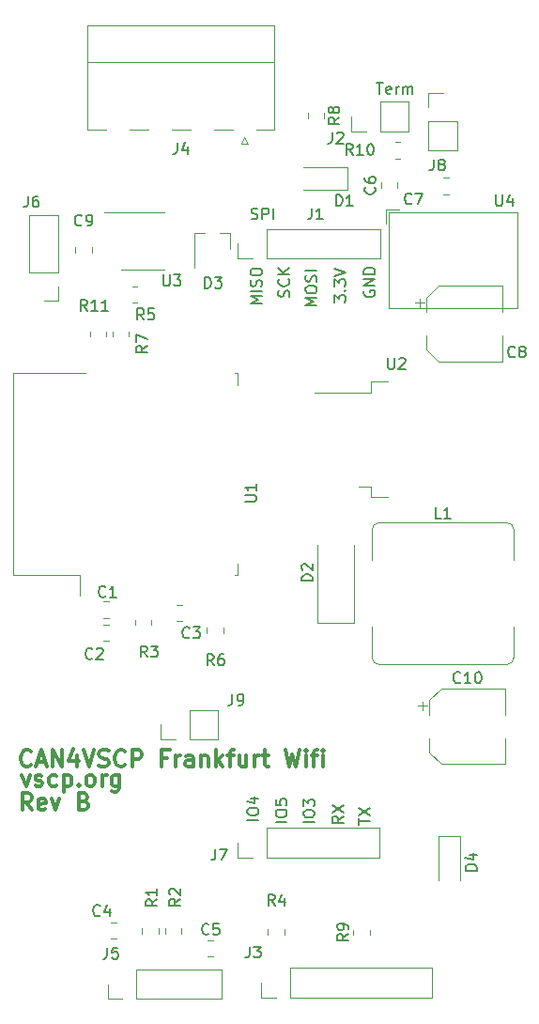
<source format=gbr>
%TF.GenerationSoftware,KiCad,Pcbnew,7.0.2-6a45011f42~172~ubuntu22.10.1*%
%TF.CreationDate,2023-04-24T11:56:10+02:00*%
%TF.ProjectId,vscp-din-esp32-can-z102,76736370-2d64-4696-9e2d-65737033322d,B*%
%TF.SameCoordinates,Original*%
%TF.FileFunction,Legend,Top*%
%TF.FilePolarity,Positive*%
%FSLAX46Y46*%
G04 Gerber Fmt 4.6, Leading zero omitted, Abs format (unit mm)*
G04 Created by KiCad (PCBNEW 7.0.2-6a45011f42~172~ubuntu22.10.1) date 2023-04-24 11:56:10*
%MOMM*%
%LPD*%
G01*
G04 APERTURE LIST*
%ADD10C,0.300000*%
%ADD11C,0.200000*%
%ADD12C,0.150000*%
%ADD13C,0.120000*%
G04 APERTURE END LIST*
D10*
X121285714Y-129143928D02*
X121642857Y-130143928D01*
X121642857Y-130143928D02*
X122000000Y-129143928D01*
X122500000Y-130072500D02*
X122642857Y-130143928D01*
X122642857Y-130143928D02*
X122928571Y-130143928D01*
X122928571Y-130143928D02*
X123071428Y-130072500D01*
X123071428Y-130072500D02*
X123142857Y-129929642D01*
X123142857Y-129929642D02*
X123142857Y-129858214D01*
X123142857Y-129858214D02*
X123071428Y-129715357D01*
X123071428Y-129715357D02*
X122928571Y-129643928D01*
X122928571Y-129643928D02*
X122714286Y-129643928D01*
X122714286Y-129643928D02*
X122571428Y-129572500D01*
X122571428Y-129572500D02*
X122500000Y-129429642D01*
X122500000Y-129429642D02*
X122500000Y-129358214D01*
X122500000Y-129358214D02*
X122571428Y-129215357D01*
X122571428Y-129215357D02*
X122714286Y-129143928D01*
X122714286Y-129143928D02*
X122928571Y-129143928D01*
X122928571Y-129143928D02*
X123071428Y-129215357D01*
X124428572Y-130072500D02*
X124285714Y-130143928D01*
X124285714Y-130143928D02*
X124000000Y-130143928D01*
X124000000Y-130143928D02*
X123857143Y-130072500D01*
X123857143Y-130072500D02*
X123785714Y-130001071D01*
X123785714Y-130001071D02*
X123714286Y-129858214D01*
X123714286Y-129858214D02*
X123714286Y-129429642D01*
X123714286Y-129429642D02*
X123785714Y-129286785D01*
X123785714Y-129286785D02*
X123857143Y-129215357D01*
X123857143Y-129215357D02*
X124000000Y-129143928D01*
X124000000Y-129143928D02*
X124285714Y-129143928D01*
X124285714Y-129143928D02*
X124428572Y-129215357D01*
X125071428Y-129143928D02*
X125071428Y-130643928D01*
X125071428Y-129215357D02*
X125214286Y-129143928D01*
X125214286Y-129143928D02*
X125500000Y-129143928D01*
X125500000Y-129143928D02*
X125642857Y-129215357D01*
X125642857Y-129215357D02*
X125714286Y-129286785D01*
X125714286Y-129286785D02*
X125785714Y-129429642D01*
X125785714Y-129429642D02*
X125785714Y-129858214D01*
X125785714Y-129858214D02*
X125714286Y-130001071D01*
X125714286Y-130001071D02*
X125642857Y-130072500D01*
X125642857Y-130072500D02*
X125500000Y-130143928D01*
X125500000Y-130143928D02*
X125214286Y-130143928D01*
X125214286Y-130143928D02*
X125071428Y-130072500D01*
X126428571Y-130001071D02*
X126500000Y-130072500D01*
X126500000Y-130072500D02*
X126428571Y-130143928D01*
X126428571Y-130143928D02*
X126357143Y-130072500D01*
X126357143Y-130072500D02*
X126428571Y-130001071D01*
X126428571Y-130001071D02*
X126428571Y-130143928D01*
X127357143Y-130143928D02*
X127214286Y-130072500D01*
X127214286Y-130072500D02*
X127142857Y-130001071D01*
X127142857Y-130001071D02*
X127071429Y-129858214D01*
X127071429Y-129858214D02*
X127071429Y-129429642D01*
X127071429Y-129429642D02*
X127142857Y-129286785D01*
X127142857Y-129286785D02*
X127214286Y-129215357D01*
X127214286Y-129215357D02*
X127357143Y-129143928D01*
X127357143Y-129143928D02*
X127571429Y-129143928D01*
X127571429Y-129143928D02*
X127714286Y-129215357D01*
X127714286Y-129215357D02*
X127785715Y-129286785D01*
X127785715Y-129286785D02*
X127857143Y-129429642D01*
X127857143Y-129429642D02*
X127857143Y-129858214D01*
X127857143Y-129858214D02*
X127785715Y-130001071D01*
X127785715Y-130001071D02*
X127714286Y-130072500D01*
X127714286Y-130072500D02*
X127571429Y-130143928D01*
X127571429Y-130143928D02*
X127357143Y-130143928D01*
X128500000Y-130143928D02*
X128500000Y-129143928D01*
X128500000Y-129429642D02*
X128571429Y-129286785D01*
X128571429Y-129286785D02*
X128642858Y-129215357D01*
X128642858Y-129215357D02*
X128785715Y-129143928D01*
X128785715Y-129143928D02*
X128928572Y-129143928D01*
X130071429Y-129143928D02*
X130071429Y-130358214D01*
X130071429Y-130358214D02*
X130000000Y-130501071D01*
X130000000Y-130501071D02*
X129928571Y-130572500D01*
X129928571Y-130572500D02*
X129785714Y-130643928D01*
X129785714Y-130643928D02*
X129571429Y-130643928D01*
X129571429Y-130643928D02*
X129428571Y-130572500D01*
X130071429Y-130072500D02*
X129928571Y-130143928D01*
X129928571Y-130143928D02*
X129642857Y-130143928D01*
X129642857Y-130143928D02*
X129500000Y-130072500D01*
X129500000Y-130072500D02*
X129428571Y-130001071D01*
X129428571Y-130001071D02*
X129357143Y-129858214D01*
X129357143Y-129858214D02*
X129357143Y-129429642D01*
X129357143Y-129429642D02*
X129428571Y-129286785D01*
X129428571Y-129286785D02*
X129500000Y-129215357D01*
X129500000Y-129215357D02*
X129642857Y-129143928D01*
X129642857Y-129143928D02*
X129928571Y-129143928D01*
X129928571Y-129143928D02*
X130071429Y-129215357D01*
D11*
X142912619Y-86671427D02*
X141912619Y-86671427D01*
X141912619Y-86671427D02*
X142626904Y-86338094D01*
X142626904Y-86338094D02*
X141912619Y-86004761D01*
X141912619Y-86004761D02*
X142912619Y-86004761D01*
X142912619Y-85528570D02*
X141912619Y-85528570D01*
X142865000Y-85099999D02*
X142912619Y-84957142D01*
X142912619Y-84957142D02*
X142912619Y-84719047D01*
X142912619Y-84719047D02*
X142865000Y-84623809D01*
X142865000Y-84623809D02*
X142817380Y-84576190D01*
X142817380Y-84576190D02*
X142722142Y-84528571D01*
X142722142Y-84528571D02*
X142626904Y-84528571D01*
X142626904Y-84528571D02*
X142531666Y-84576190D01*
X142531666Y-84576190D02*
X142484047Y-84623809D01*
X142484047Y-84623809D02*
X142436428Y-84719047D01*
X142436428Y-84719047D02*
X142388809Y-84909523D01*
X142388809Y-84909523D02*
X142341190Y-85004761D01*
X142341190Y-85004761D02*
X142293571Y-85052380D01*
X142293571Y-85052380D02*
X142198333Y-85099999D01*
X142198333Y-85099999D02*
X142103095Y-85099999D01*
X142103095Y-85099999D02*
X142007857Y-85052380D01*
X142007857Y-85052380D02*
X141960238Y-85004761D01*
X141960238Y-85004761D02*
X141912619Y-84909523D01*
X141912619Y-84909523D02*
X141912619Y-84671428D01*
X141912619Y-84671428D02*
X141960238Y-84528571D01*
X141912619Y-83909523D02*
X141912619Y-83719047D01*
X141912619Y-83719047D02*
X141960238Y-83623809D01*
X141960238Y-83623809D02*
X142055476Y-83528571D01*
X142055476Y-83528571D02*
X142245952Y-83480952D01*
X142245952Y-83480952D02*
X142579285Y-83480952D01*
X142579285Y-83480952D02*
X142769761Y-83528571D01*
X142769761Y-83528571D02*
X142865000Y-83623809D01*
X142865000Y-83623809D02*
X142912619Y-83719047D01*
X142912619Y-83719047D02*
X142912619Y-83909523D01*
X142912619Y-83909523D02*
X142865000Y-84004761D01*
X142865000Y-84004761D02*
X142769761Y-84099999D01*
X142769761Y-84099999D02*
X142579285Y-84147618D01*
X142579285Y-84147618D02*
X142245952Y-84147618D01*
X142245952Y-84147618D02*
X142055476Y-84099999D01*
X142055476Y-84099999D02*
X141960238Y-84004761D01*
X141960238Y-84004761D02*
X141912619Y-83909523D01*
X152160238Y-85511904D02*
X152112619Y-85607142D01*
X152112619Y-85607142D02*
X152112619Y-85749999D01*
X152112619Y-85749999D02*
X152160238Y-85892856D01*
X152160238Y-85892856D02*
X152255476Y-85988094D01*
X152255476Y-85988094D02*
X152350714Y-86035713D01*
X152350714Y-86035713D02*
X152541190Y-86083332D01*
X152541190Y-86083332D02*
X152684047Y-86083332D01*
X152684047Y-86083332D02*
X152874523Y-86035713D01*
X152874523Y-86035713D02*
X152969761Y-85988094D01*
X152969761Y-85988094D02*
X153065000Y-85892856D01*
X153065000Y-85892856D02*
X153112619Y-85749999D01*
X153112619Y-85749999D02*
X153112619Y-85654761D01*
X153112619Y-85654761D02*
X153065000Y-85511904D01*
X153065000Y-85511904D02*
X153017380Y-85464285D01*
X153017380Y-85464285D02*
X152684047Y-85464285D01*
X152684047Y-85464285D02*
X152684047Y-85654761D01*
X153112619Y-85035713D02*
X152112619Y-85035713D01*
X152112619Y-85035713D02*
X153112619Y-84464285D01*
X153112619Y-84464285D02*
X152112619Y-84464285D01*
X153112619Y-83988094D02*
X152112619Y-83988094D01*
X152112619Y-83988094D02*
X152112619Y-83749999D01*
X152112619Y-83749999D02*
X152160238Y-83607142D01*
X152160238Y-83607142D02*
X152255476Y-83511904D01*
X152255476Y-83511904D02*
X152350714Y-83464285D01*
X152350714Y-83464285D02*
X152541190Y-83416666D01*
X152541190Y-83416666D02*
X152684047Y-83416666D01*
X152684047Y-83416666D02*
X152874523Y-83464285D01*
X152874523Y-83464285D02*
X152969761Y-83511904D01*
X152969761Y-83511904D02*
X153065000Y-83607142D01*
X153065000Y-83607142D02*
X153112619Y-83749999D01*
X153112619Y-83749999D02*
X153112619Y-83988094D01*
X145365000Y-86035713D02*
X145412619Y-85892856D01*
X145412619Y-85892856D02*
X145412619Y-85654761D01*
X145412619Y-85654761D02*
X145365000Y-85559523D01*
X145365000Y-85559523D02*
X145317380Y-85511904D01*
X145317380Y-85511904D02*
X145222142Y-85464285D01*
X145222142Y-85464285D02*
X145126904Y-85464285D01*
X145126904Y-85464285D02*
X145031666Y-85511904D01*
X145031666Y-85511904D02*
X144984047Y-85559523D01*
X144984047Y-85559523D02*
X144936428Y-85654761D01*
X144936428Y-85654761D02*
X144888809Y-85845237D01*
X144888809Y-85845237D02*
X144841190Y-85940475D01*
X144841190Y-85940475D02*
X144793571Y-85988094D01*
X144793571Y-85988094D02*
X144698333Y-86035713D01*
X144698333Y-86035713D02*
X144603095Y-86035713D01*
X144603095Y-86035713D02*
X144507857Y-85988094D01*
X144507857Y-85988094D02*
X144460238Y-85940475D01*
X144460238Y-85940475D02*
X144412619Y-85845237D01*
X144412619Y-85845237D02*
X144412619Y-85607142D01*
X144412619Y-85607142D02*
X144460238Y-85464285D01*
X145317380Y-84464285D02*
X145365000Y-84511904D01*
X145365000Y-84511904D02*
X145412619Y-84654761D01*
X145412619Y-84654761D02*
X145412619Y-84749999D01*
X145412619Y-84749999D02*
X145365000Y-84892856D01*
X145365000Y-84892856D02*
X145269761Y-84988094D01*
X145269761Y-84988094D02*
X145174523Y-85035713D01*
X145174523Y-85035713D02*
X144984047Y-85083332D01*
X144984047Y-85083332D02*
X144841190Y-85083332D01*
X144841190Y-85083332D02*
X144650714Y-85035713D01*
X144650714Y-85035713D02*
X144555476Y-84988094D01*
X144555476Y-84988094D02*
X144460238Y-84892856D01*
X144460238Y-84892856D02*
X144412619Y-84749999D01*
X144412619Y-84749999D02*
X144412619Y-84654761D01*
X144412619Y-84654761D02*
X144460238Y-84511904D01*
X144460238Y-84511904D02*
X144507857Y-84464285D01*
X145412619Y-84035713D02*
X144412619Y-84035713D01*
X145412619Y-83464285D02*
X144841190Y-83892856D01*
X144412619Y-83464285D02*
X144984047Y-84035713D01*
X141976191Y-79015000D02*
X142119048Y-79062619D01*
X142119048Y-79062619D02*
X142357143Y-79062619D01*
X142357143Y-79062619D02*
X142452381Y-79015000D01*
X142452381Y-79015000D02*
X142500000Y-78967380D01*
X142500000Y-78967380D02*
X142547619Y-78872142D01*
X142547619Y-78872142D02*
X142547619Y-78776904D01*
X142547619Y-78776904D02*
X142500000Y-78681666D01*
X142500000Y-78681666D02*
X142452381Y-78634047D01*
X142452381Y-78634047D02*
X142357143Y-78586428D01*
X142357143Y-78586428D02*
X142166667Y-78538809D01*
X142166667Y-78538809D02*
X142071429Y-78491190D01*
X142071429Y-78491190D02*
X142023810Y-78443571D01*
X142023810Y-78443571D02*
X141976191Y-78348333D01*
X141976191Y-78348333D02*
X141976191Y-78253095D01*
X141976191Y-78253095D02*
X142023810Y-78157857D01*
X142023810Y-78157857D02*
X142071429Y-78110238D01*
X142071429Y-78110238D02*
X142166667Y-78062619D01*
X142166667Y-78062619D02*
X142404762Y-78062619D01*
X142404762Y-78062619D02*
X142547619Y-78110238D01*
X142976191Y-79062619D02*
X142976191Y-78062619D01*
X142976191Y-78062619D02*
X143357143Y-78062619D01*
X143357143Y-78062619D02*
X143452381Y-78110238D01*
X143452381Y-78110238D02*
X143500000Y-78157857D01*
X143500000Y-78157857D02*
X143547619Y-78253095D01*
X143547619Y-78253095D02*
X143547619Y-78395952D01*
X143547619Y-78395952D02*
X143500000Y-78491190D01*
X143500000Y-78491190D02*
X143452381Y-78538809D01*
X143452381Y-78538809D02*
X143357143Y-78586428D01*
X143357143Y-78586428D02*
X142976191Y-78586428D01*
X143976191Y-79062619D02*
X143976191Y-78062619D01*
X150262619Y-132866666D02*
X149786428Y-133199999D01*
X150262619Y-133438094D02*
X149262619Y-133438094D01*
X149262619Y-133438094D02*
X149262619Y-133057142D01*
X149262619Y-133057142D02*
X149310238Y-132961904D01*
X149310238Y-132961904D02*
X149357857Y-132914285D01*
X149357857Y-132914285D02*
X149453095Y-132866666D01*
X149453095Y-132866666D02*
X149595952Y-132866666D01*
X149595952Y-132866666D02*
X149691190Y-132914285D01*
X149691190Y-132914285D02*
X149738809Y-132961904D01*
X149738809Y-132961904D02*
X149786428Y-133057142D01*
X149786428Y-133057142D02*
X149786428Y-133438094D01*
X149262619Y-132533332D02*
X150262619Y-131866666D01*
X149262619Y-131866666D02*
X150262619Y-132533332D01*
X149462619Y-86526189D02*
X149462619Y-85907142D01*
X149462619Y-85907142D02*
X149843571Y-86240475D01*
X149843571Y-86240475D02*
X149843571Y-86097618D01*
X149843571Y-86097618D02*
X149891190Y-86002380D01*
X149891190Y-86002380D02*
X149938809Y-85954761D01*
X149938809Y-85954761D02*
X150034047Y-85907142D01*
X150034047Y-85907142D02*
X150272142Y-85907142D01*
X150272142Y-85907142D02*
X150367380Y-85954761D01*
X150367380Y-85954761D02*
X150415000Y-86002380D01*
X150415000Y-86002380D02*
X150462619Y-86097618D01*
X150462619Y-86097618D02*
X150462619Y-86383332D01*
X150462619Y-86383332D02*
X150415000Y-86478570D01*
X150415000Y-86478570D02*
X150367380Y-86526189D01*
X150367380Y-85478570D02*
X150415000Y-85430951D01*
X150415000Y-85430951D02*
X150462619Y-85478570D01*
X150462619Y-85478570D02*
X150415000Y-85526189D01*
X150415000Y-85526189D02*
X150367380Y-85478570D01*
X150367380Y-85478570D02*
X150462619Y-85478570D01*
X149462619Y-85097618D02*
X149462619Y-84478571D01*
X149462619Y-84478571D02*
X149843571Y-84811904D01*
X149843571Y-84811904D02*
X149843571Y-84669047D01*
X149843571Y-84669047D02*
X149891190Y-84573809D01*
X149891190Y-84573809D02*
X149938809Y-84526190D01*
X149938809Y-84526190D02*
X150034047Y-84478571D01*
X150034047Y-84478571D02*
X150272142Y-84478571D01*
X150272142Y-84478571D02*
X150367380Y-84526190D01*
X150367380Y-84526190D02*
X150415000Y-84573809D01*
X150415000Y-84573809D02*
X150462619Y-84669047D01*
X150462619Y-84669047D02*
X150462619Y-84954761D01*
X150462619Y-84954761D02*
X150415000Y-85049999D01*
X150415000Y-85049999D02*
X150367380Y-85097618D01*
X149462619Y-84192856D02*
X150462619Y-83859523D01*
X150462619Y-83859523D02*
X149462619Y-83526190D01*
X151662619Y-133611904D02*
X151662619Y-133040476D01*
X152662619Y-133326190D02*
X151662619Y-133326190D01*
X151662619Y-132802380D02*
X152662619Y-132135714D01*
X151662619Y-132135714D02*
X152662619Y-132802380D01*
X142612619Y-133199999D02*
X141612619Y-133199999D01*
X141612619Y-132533333D02*
X141612619Y-132342857D01*
X141612619Y-132342857D02*
X141660238Y-132247619D01*
X141660238Y-132247619D02*
X141755476Y-132152381D01*
X141755476Y-132152381D02*
X141945952Y-132104762D01*
X141945952Y-132104762D02*
X142279285Y-132104762D01*
X142279285Y-132104762D02*
X142469761Y-132152381D01*
X142469761Y-132152381D02*
X142565000Y-132247619D01*
X142565000Y-132247619D02*
X142612619Y-132342857D01*
X142612619Y-132342857D02*
X142612619Y-132533333D01*
X142612619Y-132533333D02*
X142565000Y-132628571D01*
X142565000Y-132628571D02*
X142469761Y-132723809D01*
X142469761Y-132723809D02*
X142279285Y-132771428D01*
X142279285Y-132771428D02*
X141945952Y-132771428D01*
X141945952Y-132771428D02*
X141755476Y-132723809D01*
X141755476Y-132723809D02*
X141660238Y-132628571D01*
X141660238Y-132628571D02*
X141612619Y-132533333D01*
X141945952Y-131247619D02*
X142612619Y-131247619D01*
X141565000Y-131485714D02*
X142279285Y-131723809D01*
X142279285Y-131723809D02*
X142279285Y-131104762D01*
D10*
X122100000Y-128251071D02*
X122028572Y-128322500D01*
X122028572Y-128322500D02*
X121814286Y-128393928D01*
X121814286Y-128393928D02*
X121671429Y-128393928D01*
X121671429Y-128393928D02*
X121457143Y-128322500D01*
X121457143Y-128322500D02*
X121314286Y-128179642D01*
X121314286Y-128179642D02*
X121242857Y-128036785D01*
X121242857Y-128036785D02*
X121171429Y-127751071D01*
X121171429Y-127751071D02*
X121171429Y-127536785D01*
X121171429Y-127536785D02*
X121242857Y-127251071D01*
X121242857Y-127251071D02*
X121314286Y-127108214D01*
X121314286Y-127108214D02*
X121457143Y-126965357D01*
X121457143Y-126965357D02*
X121671429Y-126893928D01*
X121671429Y-126893928D02*
X121814286Y-126893928D01*
X121814286Y-126893928D02*
X122028572Y-126965357D01*
X122028572Y-126965357D02*
X122100000Y-127036785D01*
X122671429Y-127965357D02*
X123385715Y-127965357D01*
X122528572Y-128393928D02*
X123028572Y-126893928D01*
X123028572Y-126893928D02*
X123528572Y-128393928D01*
X124028571Y-128393928D02*
X124028571Y-126893928D01*
X124028571Y-126893928D02*
X124885714Y-128393928D01*
X124885714Y-128393928D02*
X124885714Y-126893928D01*
X126242858Y-127393928D02*
X126242858Y-128393928D01*
X125885715Y-126822500D02*
X125528572Y-127893928D01*
X125528572Y-127893928D02*
X126457143Y-127893928D01*
X126814286Y-126893928D02*
X127314286Y-128393928D01*
X127314286Y-128393928D02*
X127814286Y-126893928D01*
X128242857Y-128322500D02*
X128457143Y-128393928D01*
X128457143Y-128393928D02*
X128814285Y-128393928D01*
X128814285Y-128393928D02*
X128957143Y-128322500D01*
X128957143Y-128322500D02*
X129028571Y-128251071D01*
X129028571Y-128251071D02*
X129100000Y-128108214D01*
X129100000Y-128108214D02*
X129100000Y-127965357D01*
X129100000Y-127965357D02*
X129028571Y-127822500D01*
X129028571Y-127822500D02*
X128957143Y-127751071D01*
X128957143Y-127751071D02*
X128814285Y-127679642D01*
X128814285Y-127679642D02*
X128528571Y-127608214D01*
X128528571Y-127608214D02*
X128385714Y-127536785D01*
X128385714Y-127536785D02*
X128314285Y-127465357D01*
X128314285Y-127465357D02*
X128242857Y-127322500D01*
X128242857Y-127322500D02*
X128242857Y-127179642D01*
X128242857Y-127179642D02*
X128314285Y-127036785D01*
X128314285Y-127036785D02*
X128385714Y-126965357D01*
X128385714Y-126965357D02*
X128528571Y-126893928D01*
X128528571Y-126893928D02*
X128885714Y-126893928D01*
X128885714Y-126893928D02*
X129100000Y-126965357D01*
X130599999Y-128251071D02*
X130528571Y-128322500D01*
X130528571Y-128322500D02*
X130314285Y-128393928D01*
X130314285Y-128393928D02*
X130171428Y-128393928D01*
X130171428Y-128393928D02*
X129957142Y-128322500D01*
X129957142Y-128322500D02*
X129814285Y-128179642D01*
X129814285Y-128179642D02*
X129742856Y-128036785D01*
X129742856Y-128036785D02*
X129671428Y-127751071D01*
X129671428Y-127751071D02*
X129671428Y-127536785D01*
X129671428Y-127536785D02*
X129742856Y-127251071D01*
X129742856Y-127251071D02*
X129814285Y-127108214D01*
X129814285Y-127108214D02*
X129957142Y-126965357D01*
X129957142Y-126965357D02*
X130171428Y-126893928D01*
X130171428Y-126893928D02*
X130314285Y-126893928D01*
X130314285Y-126893928D02*
X130528571Y-126965357D01*
X130528571Y-126965357D02*
X130599999Y-127036785D01*
X131242856Y-128393928D02*
X131242856Y-126893928D01*
X131242856Y-126893928D02*
X131814285Y-126893928D01*
X131814285Y-126893928D02*
X131957142Y-126965357D01*
X131957142Y-126965357D02*
X132028571Y-127036785D01*
X132028571Y-127036785D02*
X132099999Y-127179642D01*
X132099999Y-127179642D02*
X132099999Y-127393928D01*
X132099999Y-127393928D02*
X132028571Y-127536785D01*
X132028571Y-127536785D02*
X131957142Y-127608214D01*
X131957142Y-127608214D02*
X131814285Y-127679642D01*
X131814285Y-127679642D02*
X131242856Y-127679642D01*
X134385713Y-127608214D02*
X133885713Y-127608214D01*
X133885713Y-128393928D02*
X133885713Y-126893928D01*
X133885713Y-126893928D02*
X134599999Y-126893928D01*
X135171427Y-128393928D02*
X135171427Y-127393928D01*
X135171427Y-127679642D02*
X135242856Y-127536785D01*
X135242856Y-127536785D02*
X135314285Y-127465357D01*
X135314285Y-127465357D02*
X135457142Y-127393928D01*
X135457142Y-127393928D02*
X135599999Y-127393928D01*
X136742856Y-128393928D02*
X136742856Y-127608214D01*
X136742856Y-127608214D02*
X136671427Y-127465357D01*
X136671427Y-127465357D02*
X136528570Y-127393928D01*
X136528570Y-127393928D02*
X136242856Y-127393928D01*
X136242856Y-127393928D02*
X136099998Y-127465357D01*
X136742856Y-128322500D02*
X136599998Y-128393928D01*
X136599998Y-128393928D02*
X136242856Y-128393928D01*
X136242856Y-128393928D02*
X136099998Y-128322500D01*
X136099998Y-128322500D02*
X136028570Y-128179642D01*
X136028570Y-128179642D02*
X136028570Y-128036785D01*
X136028570Y-128036785D02*
X136099998Y-127893928D01*
X136099998Y-127893928D02*
X136242856Y-127822500D01*
X136242856Y-127822500D02*
X136599998Y-127822500D01*
X136599998Y-127822500D02*
X136742856Y-127751071D01*
X137457141Y-127393928D02*
X137457141Y-128393928D01*
X137457141Y-127536785D02*
X137528570Y-127465357D01*
X137528570Y-127465357D02*
X137671427Y-127393928D01*
X137671427Y-127393928D02*
X137885713Y-127393928D01*
X137885713Y-127393928D02*
X138028570Y-127465357D01*
X138028570Y-127465357D02*
X138099999Y-127608214D01*
X138099999Y-127608214D02*
X138099999Y-128393928D01*
X138814284Y-128393928D02*
X138814284Y-126893928D01*
X138957142Y-127822500D02*
X139385713Y-128393928D01*
X139385713Y-127393928D02*
X138814284Y-127965357D01*
X139814285Y-127393928D02*
X140385713Y-127393928D01*
X140028570Y-128393928D02*
X140028570Y-127108214D01*
X140028570Y-127108214D02*
X140099999Y-126965357D01*
X140099999Y-126965357D02*
X140242856Y-126893928D01*
X140242856Y-126893928D02*
X140385713Y-126893928D01*
X141528571Y-127393928D02*
X141528571Y-128393928D01*
X140885713Y-127393928D02*
X140885713Y-128179642D01*
X140885713Y-128179642D02*
X140957142Y-128322500D01*
X140957142Y-128322500D02*
X141099999Y-128393928D01*
X141099999Y-128393928D02*
X141314285Y-128393928D01*
X141314285Y-128393928D02*
X141457142Y-128322500D01*
X141457142Y-128322500D02*
X141528571Y-128251071D01*
X142242856Y-128393928D02*
X142242856Y-127393928D01*
X142242856Y-127679642D02*
X142314285Y-127536785D01*
X142314285Y-127536785D02*
X142385714Y-127465357D01*
X142385714Y-127465357D02*
X142528571Y-127393928D01*
X142528571Y-127393928D02*
X142671428Y-127393928D01*
X142957142Y-127393928D02*
X143528570Y-127393928D01*
X143171427Y-126893928D02*
X143171427Y-128179642D01*
X143171427Y-128179642D02*
X143242856Y-128322500D01*
X143242856Y-128322500D02*
X143385713Y-128393928D01*
X143385713Y-128393928D02*
X143528570Y-128393928D01*
X145028570Y-126893928D02*
X145385713Y-128393928D01*
X145385713Y-128393928D02*
X145671427Y-127322500D01*
X145671427Y-127322500D02*
X145957142Y-128393928D01*
X145957142Y-128393928D02*
X146314285Y-126893928D01*
X146885713Y-128393928D02*
X146885713Y-127393928D01*
X146885713Y-126893928D02*
X146814285Y-126965357D01*
X146814285Y-126965357D02*
X146885713Y-127036785D01*
X146885713Y-127036785D02*
X146957142Y-126965357D01*
X146957142Y-126965357D02*
X146885713Y-126893928D01*
X146885713Y-126893928D02*
X146885713Y-127036785D01*
X147385714Y-127393928D02*
X147957142Y-127393928D01*
X147599999Y-128393928D02*
X147599999Y-127108214D01*
X147599999Y-127108214D02*
X147671428Y-126965357D01*
X147671428Y-126965357D02*
X147814285Y-126893928D01*
X147814285Y-126893928D02*
X147957142Y-126893928D01*
X148457142Y-128393928D02*
X148457142Y-127393928D01*
X148457142Y-126893928D02*
X148385714Y-126965357D01*
X148385714Y-126965357D02*
X148457142Y-127036785D01*
X148457142Y-127036785D02*
X148528571Y-126965357D01*
X148528571Y-126965357D02*
X148457142Y-126893928D01*
X148457142Y-126893928D02*
X148457142Y-127036785D01*
X122178571Y-132293928D02*
X121678571Y-131579642D01*
X121321428Y-132293928D02*
X121321428Y-130793928D01*
X121321428Y-130793928D02*
X121892857Y-130793928D01*
X121892857Y-130793928D02*
X122035714Y-130865357D01*
X122035714Y-130865357D02*
X122107143Y-130936785D01*
X122107143Y-130936785D02*
X122178571Y-131079642D01*
X122178571Y-131079642D02*
X122178571Y-131293928D01*
X122178571Y-131293928D02*
X122107143Y-131436785D01*
X122107143Y-131436785D02*
X122035714Y-131508214D01*
X122035714Y-131508214D02*
X121892857Y-131579642D01*
X121892857Y-131579642D02*
X121321428Y-131579642D01*
X123392857Y-132222500D02*
X123250000Y-132293928D01*
X123250000Y-132293928D02*
X122964286Y-132293928D01*
X122964286Y-132293928D02*
X122821428Y-132222500D01*
X122821428Y-132222500D02*
X122750000Y-132079642D01*
X122750000Y-132079642D02*
X122750000Y-131508214D01*
X122750000Y-131508214D02*
X122821428Y-131365357D01*
X122821428Y-131365357D02*
X122964286Y-131293928D01*
X122964286Y-131293928D02*
X123250000Y-131293928D01*
X123250000Y-131293928D02*
X123392857Y-131365357D01*
X123392857Y-131365357D02*
X123464286Y-131508214D01*
X123464286Y-131508214D02*
X123464286Y-131651071D01*
X123464286Y-131651071D02*
X122750000Y-131793928D01*
X123964285Y-131293928D02*
X124321428Y-132293928D01*
X124321428Y-132293928D02*
X124678571Y-131293928D01*
X126892856Y-131508214D02*
X127107142Y-131579642D01*
X127107142Y-131579642D02*
X127178571Y-131651071D01*
X127178571Y-131651071D02*
X127249999Y-131793928D01*
X127249999Y-131793928D02*
X127249999Y-132008214D01*
X127249999Y-132008214D02*
X127178571Y-132151071D01*
X127178571Y-132151071D02*
X127107142Y-132222500D01*
X127107142Y-132222500D02*
X126964285Y-132293928D01*
X126964285Y-132293928D02*
X126392856Y-132293928D01*
X126392856Y-132293928D02*
X126392856Y-130793928D01*
X126392856Y-130793928D02*
X126892856Y-130793928D01*
X126892856Y-130793928D02*
X127035714Y-130865357D01*
X127035714Y-130865357D02*
X127107142Y-130936785D01*
X127107142Y-130936785D02*
X127178571Y-131079642D01*
X127178571Y-131079642D02*
X127178571Y-131222500D01*
X127178571Y-131222500D02*
X127107142Y-131365357D01*
X127107142Y-131365357D02*
X127035714Y-131436785D01*
X127035714Y-131436785D02*
X126892856Y-131508214D01*
X126892856Y-131508214D02*
X126392856Y-131508214D01*
D11*
X153259524Y-66762619D02*
X153830952Y-66762619D01*
X153545238Y-67762619D02*
X153545238Y-66762619D01*
X154545238Y-67715000D02*
X154450000Y-67762619D01*
X154450000Y-67762619D02*
X154259524Y-67762619D01*
X154259524Y-67762619D02*
X154164286Y-67715000D01*
X154164286Y-67715000D02*
X154116667Y-67619761D01*
X154116667Y-67619761D02*
X154116667Y-67238809D01*
X154116667Y-67238809D02*
X154164286Y-67143571D01*
X154164286Y-67143571D02*
X154259524Y-67095952D01*
X154259524Y-67095952D02*
X154450000Y-67095952D01*
X154450000Y-67095952D02*
X154545238Y-67143571D01*
X154545238Y-67143571D02*
X154592857Y-67238809D01*
X154592857Y-67238809D02*
X154592857Y-67334047D01*
X154592857Y-67334047D02*
X154116667Y-67429285D01*
X155021429Y-67762619D02*
X155021429Y-67095952D01*
X155021429Y-67286428D02*
X155069048Y-67191190D01*
X155069048Y-67191190D02*
X155116667Y-67143571D01*
X155116667Y-67143571D02*
X155211905Y-67095952D01*
X155211905Y-67095952D02*
X155307143Y-67095952D01*
X155640477Y-67762619D02*
X155640477Y-67095952D01*
X155640477Y-67191190D02*
X155688096Y-67143571D01*
X155688096Y-67143571D02*
X155783334Y-67095952D01*
X155783334Y-67095952D02*
X155926191Y-67095952D01*
X155926191Y-67095952D02*
X156021429Y-67143571D01*
X156021429Y-67143571D02*
X156069048Y-67238809D01*
X156069048Y-67238809D02*
X156069048Y-67762619D01*
X156069048Y-67238809D02*
X156116667Y-67143571D01*
X156116667Y-67143571D02*
X156211905Y-67095952D01*
X156211905Y-67095952D02*
X156354762Y-67095952D01*
X156354762Y-67095952D02*
X156450001Y-67143571D01*
X156450001Y-67143571D02*
X156497620Y-67238809D01*
X156497620Y-67238809D02*
X156497620Y-67762619D01*
X147662619Y-133399999D02*
X146662619Y-133399999D01*
X146662619Y-132733333D02*
X146662619Y-132542857D01*
X146662619Y-132542857D02*
X146710238Y-132447619D01*
X146710238Y-132447619D02*
X146805476Y-132352381D01*
X146805476Y-132352381D02*
X146995952Y-132304762D01*
X146995952Y-132304762D02*
X147329285Y-132304762D01*
X147329285Y-132304762D02*
X147519761Y-132352381D01*
X147519761Y-132352381D02*
X147615000Y-132447619D01*
X147615000Y-132447619D02*
X147662619Y-132542857D01*
X147662619Y-132542857D02*
X147662619Y-132733333D01*
X147662619Y-132733333D02*
X147615000Y-132828571D01*
X147615000Y-132828571D02*
X147519761Y-132923809D01*
X147519761Y-132923809D02*
X147329285Y-132971428D01*
X147329285Y-132971428D02*
X146995952Y-132971428D01*
X146995952Y-132971428D02*
X146805476Y-132923809D01*
X146805476Y-132923809D02*
X146710238Y-132828571D01*
X146710238Y-132828571D02*
X146662619Y-132733333D01*
X146662619Y-131971428D02*
X146662619Y-131352381D01*
X146662619Y-131352381D02*
X147043571Y-131685714D01*
X147043571Y-131685714D02*
X147043571Y-131542857D01*
X147043571Y-131542857D02*
X147091190Y-131447619D01*
X147091190Y-131447619D02*
X147138809Y-131400000D01*
X147138809Y-131400000D02*
X147234047Y-131352381D01*
X147234047Y-131352381D02*
X147472142Y-131352381D01*
X147472142Y-131352381D02*
X147567380Y-131400000D01*
X147567380Y-131400000D02*
X147615000Y-131447619D01*
X147615000Y-131447619D02*
X147662619Y-131542857D01*
X147662619Y-131542857D02*
X147662619Y-131828571D01*
X147662619Y-131828571D02*
X147615000Y-131923809D01*
X147615000Y-131923809D02*
X147567380Y-131971428D01*
X145162619Y-133349999D02*
X144162619Y-133349999D01*
X144162619Y-132683333D02*
X144162619Y-132492857D01*
X144162619Y-132492857D02*
X144210238Y-132397619D01*
X144210238Y-132397619D02*
X144305476Y-132302381D01*
X144305476Y-132302381D02*
X144495952Y-132254762D01*
X144495952Y-132254762D02*
X144829285Y-132254762D01*
X144829285Y-132254762D02*
X145019761Y-132302381D01*
X145019761Y-132302381D02*
X145115000Y-132397619D01*
X145115000Y-132397619D02*
X145162619Y-132492857D01*
X145162619Y-132492857D02*
X145162619Y-132683333D01*
X145162619Y-132683333D02*
X145115000Y-132778571D01*
X145115000Y-132778571D02*
X145019761Y-132873809D01*
X145019761Y-132873809D02*
X144829285Y-132921428D01*
X144829285Y-132921428D02*
X144495952Y-132921428D01*
X144495952Y-132921428D02*
X144305476Y-132873809D01*
X144305476Y-132873809D02*
X144210238Y-132778571D01*
X144210238Y-132778571D02*
X144162619Y-132683333D01*
X144162619Y-131350000D02*
X144162619Y-131826190D01*
X144162619Y-131826190D02*
X144638809Y-131873809D01*
X144638809Y-131873809D02*
X144591190Y-131826190D01*
X144591190Y-131826190D02*
X144543571Y-131730952D01*
X144543571Y-131730952D02*
X144543571Y-131492857D01*
X144543571Y-131492857D02*
X144591190Y-131397619D01*
X144591190Y-131397619D02*
X144638809Y-131350000D01*
X144638809Y-131350000D02*
X144734047Y-131302381D01*
X144734047Y-131302381D02*
X144972142Y-131302381D01*
X144972142Y-131302381D02*
X145067380Y-131350000D01*
X145067380Y-131350000D02*
X145115000Y-131397619D01*
X145115000Y-131397619D02*
X145162619Y-131492857D01*
X145162619Y-131492857D02*
X145162619Y-131730952D01*
X145162619Y-131730952D02*
X145115000Y-131826190D01*
X145115000Y-131826190D02*
X145067380Y-131873809D01*
X147862619Y-86821427D02*
X146862619Y-86821427D01*
X146862619Y-86821427D02*
X147576904Y-86488094D01*
X147576904Y-86488094D02*
X146862619Y-86154761D01*
X146862619Y-86154761D02*
X147862619Y-86154761D01*
X146862619Y-85488094D02*
X146862619Y-85297618D01*
X146862619Y-85297618D02*
X146910238Y-85202380D01*
X146910238Y-85202380D02*
X147005476Y-85107142D01*
X147005476Y-85107142D02*
X147195952Y-85059523D01*
X147195952Y-85059523D02*
X147529285Y-85059523D01*
X147529285Y-85059523D02*
X147719761Y-85107142D01*
X147719761Y-85107142D02*
X147815000Y-85202380D01*
X147815000Y-85202380D02*
X147862619Y-85297618D01*
X147862619Y-85297618D02*
X147862619Y-85488094D01*
X147862619Y-85488094D02*
X147815000Y-85583332D01*
X147815000Y-85583332D02*
X147719761Y-85678570D01*
X147719761Y-85678570D02*
X147529285Y-85726189D01*
X147529285Y-85726189D02*
X147195952Y-85726189D01*
X147195952Y-85726189D02*
X147005476Y-85678570D01*
X147005476Y-85678570D02*
X146910238Y-85583332D01*
X146910238Y-85583332D02*
X146862619Y-85488094D01*
X147815000Y-84678570D02*
X147862619Y-84535713D01*
X147862619Y-84535713D02*
X147862619Y-84297618D01*
X147862619Y-84297618D02*
X147815000Y-84202380D01*
X147815000Y-84202380D02*
X147767380Y-84154761D01*
X147767380Y-84154761D02*
X147672142Y-84107142D01*
X147672142Y-84107142D02*
X147576904Y-84107142D01*
X147576904Y-84107142D02*
X147481666Y-84154761D01*
X147481666Y-84154761D02*
X147434047Y-84202380D01*
X147434047Y-84202380D02*
X147386428Y-84297618D01*
X147386428Y-84297618D02*
X147338809Y-84488094D01*
X147338809Y-84488094D02*
X147291190Y-84583332D01*
X147291190Y-84583332D02*
X147243571Y-84630951D01*
X147243571Y-84630951D02*
X147148333Y-84678570D01*
X147148333Y-84678570D02*
X147053095Y-84678570D01*
X147053095Y-84678570D02*
X146957857Y-84630951D01*
X146957857Y-84630951D02*
X146910238Y-84583332D01*
X146910238Y-84583332D02*
X146862619Y-84488094D01*
X146862619Y-84488094D02*
X146862619Y-84249999D01*
X146862619Y-84249999D02*
X146910238Y-84107142D01*
X147862619Y-83678570D02*
X146862619Y-83678570D01*
D12*
%TO.C,D4*%
X162282619Y-137750594D02*
X161282619Y-137750594D01*
X161282619Y-137750594D02*
X161282619Y-137512499D01*
X161282619Y-137512499D02*
X161330238Y-137369642D01*
X161330238Y-137369642D02*
X161425476Y-137274404D01*
X161425476Y-137274404D02*
X161520714Y-137226785D01*
X161520714Y-137226785D02*
X161711190Y-137179166D01*
X161711190Y-137179166D02*
X161854047Y-137179166D01*
X161854047Y-137179166D02*
X162044523Y-137226785D01*
X162044523Y-137226785D02*
X162139761Y-137274404D01*
X162139761Y-137274404D02*
X162235000Y-137369642D01*
X162235000Y-137369642D02*
X162282619Y-137512499D01*
X162282619Y-137512499D02*
X162282619Y-137750594D01*
X161615952Y-136322023D02*
X162282619Y-136322023D01*
X161235000Y-136560118D02*
X161949285Y-136798213D01*
X161949285Y-136798213D02*
X161949285Y-136179166D01*
%TO.C,D3*%
X137761905Y-85262619D02*
X137761905Y-84262619D01*
X137761905Y-84262619D02*
X138000000Y-84262619D01*
X138000000Y-84262619D02*
X138142857Y-84310238D01*
X138142857Y-84310238D02*
X138238095Y-84405476D01*
X138238095Y-84405476D02*
X138285714Y-84500714D01*
X138285714Y-84500714D02*
X138333333Y-84691190D01*
X138333333Y-84691190D02*
X138333333Y-84834047D01*
X138333333Y-84834047D02*
X138285714Y-85024523D01*
X138285714Y-85024523D02*
X138238095Y-85119761D01*
X138238095Y-85119761D02*
X138142857Y-85215000D01*
X138142857Y-85215000D02*
X138000000Y-85262619D01*
X138000000Y-85262619D02*
X137761905Y-85262619D01*
X138666667Y-84262619D02*
X139285714Y-84262619D01*
X139285714Y-84262619D02*
X138952381Y-84643571D01*
X138952381Y-84643571D02*
X139095238Y-84643571D01*
X139095238Y-84643571D02*
X139190476Y-84691190D01*
X139190476Y-84691190D02*
X139238095Y-84738809D01*
X139238095Y-84738809D02*
X139285714Y-84834047D01*
X139285714Y-84834047D02*
X139285714Y-85072142D01*
X139285714Y-85072142D02*
X139238095Y-85167380D01*
X139238095Y-85167380D02*
X139190476Y-85215000D01*
X139190476Y-85215000D02*
X139095238Y-85262619D01*
X139095238Y-85262619D02*
X138809524Y-85262619D01*
X138809524Y-85262619D02*
X138714286Y-85215000D01*
X138714286Y-85215000D02*
X138666667Y-85167380D01*
%TO.C,U4*%
X164038095Y-76862619D02*
X164038095Y-77672142D01*
X164038095Y-77672142D02*
X164085714Y-77767380D01*
X164085714Y-77767380D02*
X164133333Y-77815000D01*
X164133333Y-77815000D02*
X164228571Y-77862619D01*
X164228571Y-77862619D02*
X164419047Y-77862619D01*
X164419047Y-77862619D02*
X164514285Y-77815000D01*
X164514285Y-77815000D02*
X164561904Y-77767380D01*
X164561904Y-77767380D02*
X164609523Y-77672142D01*
X164609523Y-77672142D02*
X164609523Y-76862619D01*
X165514285Y-77195952D02*
X165514285Y-77862619D01*
X165276190Y-76815000D02*
X165038095Y-77529285D01*
X165038095Y-77529285D02*
X165657142Y-77529285D01*
%TO.C,R7*%
X132562619Y-90466666D02*
X132086428Y-90799999D01*
X132562619Y-91038094D02*
X131562619Y-91038094D01*
X131562619Y-91038094D02*
X131562619Y-90657142D01*
X131562619Y-90657142D02*
X131610238Y-90561904D01*
X131610238Y-90561904D02*
X131657857Y-90514285D01*
X131657857Y-90514285D02*
X131753095Y-90466666D01*
X131753095Y-90466666D02*
X131895952Y-90466666D01*
X131895952Y-90466666D02*
X131991190Y-90514285D01*
X131991190Y-90514285D02*
X132038809Y-90561904D01*
X132038809Y-90561904D02*
X132086428Y-90657142D01*
X132086428Y-90657142D02*
X132086428Y-91038094D01*
X131562619Y-90133332D02*
X131562619Y-89466666D01*
X131562619Y-89466666D02*
X132562619Y-89895237D01*
%TO.C,R11*%
X127157142Y-87312619D02*
X126823809Y-86836428D01*
X126585714Y-87312619D02*
X126585714Y-86312619D01*
X126585714Y-86312619D02*
X126966666Y-86312619D01*
X126966666Y-86312619D02*
X127061904Y-86360238D01*
X127061904Y-86360238D02*
X127109523Y-86407857D01*
X127109523Y-86407857D02*
X127157142Y-86503095D01*
X127157142Y-86503095D02*
X127157142Y-86645952D01*
X127157142Y-86645952D02*
X127109523Y-86741190D01*
X127109523Y-86741190D02*
X127061904Y-86788809D01*
X127061904Y-86788809D02*
X126966666Y-86836428D01*
X126966666Y-86836428D02*
X126585714Y-86836428D01*
X128109523Y-87312619D02*
X127538095Y-87312619D01*
X127823809Y-87312619D02*
X127823809Y-86312619D01*
X127823809Y-86312619D02*
X127728571Y-86455476D01*
X127728571Y-86455476D02*
X127633333Y-86550714D01*
X127633333Y-86550714D02*
X127538095Y-86598333D01*
X129061904Y-87312619D02*
X128490476Y-87312619D01*
X128776190Y-87312619D02*
X128776190Y-86312619D01*
X128776190Y-86312619D02*
X128680952Y-86455476D01*
X128680952Y-86455476D02*
X128585714Y-86550714D01*
X128585714Y-86550714D02*
X128490476Y-86598333D01*
%TO.C,J8*%
X158416666Y-73662619D02*
X158416666Y-74376904D01*
X158416666Y-74376904D02*
X158369047Y-74519761D01*
X158369047Y-74519761D02*
X158273809Y-74615000D01*
X158273809Y-74615000D02*
X158130952Y-74662619D01*
X158130952Y-74662619D02*
X158035714Y-74662619D01*
X159035714Y-74091190D02*
X158940476Y-74043571D01*
X158940476Y-74043571D02*
X158892857Y-73995952D01*
X158892857Y-73995952D02*
X158845238Y-73900714D01*
X158845238Y-73900714D02*
X158845238Y-73853095D01*
X158845238Y-73853095D02*
X158892857Y-73757857D01*
X158892857Y-73757857D02*
X158940476Y-73710238D01*
X158940476Y-73710238D02*
X159035714Y-73662619D01*
X159035714Y-73662619D02*
X159226190Y-73662619D01*
X159226190Y-73662619D02*
X159321428Y-73710238D01*
X159321428Y-73710238D02*
X159369047Y-73757857D01*
X159369047Y-73757857D02*
X159416666Y-73853095D01*
X159416666Y-73853095D02*
X159416666Y-73900714D01*
X159416666Y-73900714D02*
X159369047Y-73995952D01*
X159369047Y-73995952D02*
X159321428Y-74043571D01*
X159321428Y-74043571D02*
X159226190Y-74091190D01*
X159226190Y-74091190D02*
X159035714Y-74091190D01*
X159035714Y-74091190D02*
X158940476Y-74138809D01*
X158940476Y-74138809D02*
X158892857Y-74186428D01*
X158892857Y-74186428D02*
X158845238Y-74281666D01*
X158845238Y-74281666D02*
X158845238Y-74472142D01*
X158845238Y-74472142D02*
X158892857Y-74567380D01*
X158892857Y-74567380D02*
X158940476Y-74615000D01*
X158940476Y-74615000D02*
X159035714Y-74662619D01*
X159035714Y-74662619D02*
X159226190Y-74662619D01*
X159226190Y-74662619D02*
X159321428Y-74615000D01*
X159321428Y-74615000D02*
X159369047Y-74567380D01*
X159369047Y-74567380D02*
X159416666Y-74472142D01*
X159416666Y-74472142D02*
X159416666Y-74281666D01*
X159416666Y-74281666D02*
X159369047Y-74186428D01*
X159369047Y-74186428D02*
X159321428Y-74138809D01*
X159321428Y-74138809D02*
X159226190Y-74091190D01*
%TO.C,C10*%
X160807142Y-120767380D02*
X160759523Y-120815000D01*
X160759523Y-120815000D02*
X160616666Y-120862619D01*
X160616666Y-120862619D02*
X160521428Y-120862619D01*
X160521428Y-120862619D02*
X160378571Y-120815000D01*
X160378571Y-120815000D02*
X160283333Y-120719761D01*
X160283333Y-120719761D02*
X160235714Y-120624523D01*
X160235714Y-120624523D02*
X160188095Y-120434047D01*
X160188095Y-120434047D02*
X160188095Y-120291190D01*
X160188095Y-120291190D02*
X160235714Y-120100714D01*
X160235714Y-120100714D02*
X160283333Y-120005476D01*
X160283333Y-120005476D02*
X160378571Y-119910238D01*
X160378571Y-119910238D02*
X160521428Y-119862619D01*
X160521428Y-119862619D02*
X160616666Y-119862619D01*
X160616666Y-119862619D02*
X160759523Y-119910238D01*
X160759523Y-119910238D02*
X160807142Y-119957857D01*
X161759523Y-120862619D02*
X161188095Y-120862619D01*
X161473809Y-120862619D02*
X161473809Y-119862619D01*
X161473809Y-119862619D02*
X161378571Y-120005476D01*
X161378571Y-120005476D02*
X161283333Y-120100714D01*
X161283333Y-120100714D02*
X161188095Y-120148333D01*
X162378571Y-119862619D02*
X162473809Y-119862619D01*
X162473809Y-119862619D02*
X162569047Y-119910238D01*
X162569047Y-119910238D02*
X162616666Y-119957857D01*
X162616666Y-119957857D02*
X162664285Y-120053095D01*
X162664285Y-120053095D02*
X162711904Y-120243571D01*
X162711904Y-120243571D02*
X162711904Y-120481666D01*
X162711904Y-120481666D02*
X162664285Y-120672142D01*
X162664285Y-120672142D02*
X162616666Y-120767380D01*
X162616666Y-120767380D02*
X162569047Y-120815000D01*
X162569047Y-120815000D02*
X162473809Y-120862619D01*
X162473809Y-120862619D02*
X162378571Y-120862619D01*
X162378571Y-120862619D02*
X162283333Y-120815000D01*
X162283333Y-120815000D02*
X162235714Y-120767380D01*
X162235714Y-120767380D02*
X162188095Y-120672142D01*
X162188095Y-120672142D02*
X162140476Y-120481666D01*
X162140476Y-120481666D02*
X162140476Y-120243571D01*
X162140476Y-120243571D02*
X162188095Y-120053095D01*
X162188095Y-120053095D02*
X162235714Y-119957857D01*
X162235714Y-119957857D02*
X162283333Y-119910238D01*
X162283333Y-119910238D02*
X162378571Y-119862619D01*
%TO.C,R9*%
X150712619Y-143479166D02*
X150236428Y-143812499D01*
X150712619Y-144050594D02*
X149712619Y-144050594D01*
X149712619Y-144050594D02*
X149712619Y-143669642D01*
X149712619Y-143669642D02*
X149760238Y-143574404D01*
X149760238Y-143574404D02*
X149807857Y-143526785D01*
X149807857Y-143526785D02*
X149903095Y-143479166D01*
X149903095Y-143479166D02*
X150045952Y-143479166D01*
X150045952Y-143479166D02*
X150141190Y-143526785D01*
X150141190Y-143526785D02*
X150188809Y-143574404D01*
X150188809Y-143574404D02*
X150236428Y-143669642D01*
X150236428Y-143669642D02*
X150236428Y-144050594D01*
X150712619Y-143002975D02*
X150712619Y-142812499D01*
X150712619Y-142812499D02*
X150665000Y-142717261D01*
X150665000Y-142717261D02*
X150617380Y-142669642D01*
X150617380Y-142669642D02*
X150474523Y-142574404D01*
X150474523Y-142574404D02*
X150284047Y-142526785D01*
X150284047Y-142526785D02*
X149903095Y-142526785D01*
X149903095Y-142526785D02*
X149807857Y-142574404D01*
X149807857Y-142574404D02*
X149760238Y-142622023D01*
X149760238Y-142622023D02*
X149712619Y-142717261D01*
X149712619Y-142717261D02*
X149712619Y-142907737D01*
X149712619Y-142907737D02*
X149760238Y-143002975D01*
X149760238Y-143002975D02*
X149807857Y-143050594D01*
X149807857Y-143050594D02*
X149903095Y-143098213D01*
X149903095Y-143098213D02*
X150141190Y-143098213D01*
X150141190Y-143098213D02*
X150236428Y-143050594D01*
X150236428Y-143050594D02*
X150284047Y-143002975D01*
X150284047Y-143002975D02*
X150331666Y-142907737D01*
X150331666Y-142907737D02*
X150331666Y-142717261D01*
X150331666Y-142717261D02*
X150284047Y-142622023D01*
X150284047Y-142622023D02*
X150236428Y-142574404D01*
X150236428Y-142574404D02*
X150141190Y-142526785D01*
%TO.C,C8*%
X165733333Y-91417380D02*
X165685714Y-91465000D01*
X165685714Y-91465000D02*
X165542857Y-91512619D01*
X165542857Y-91512619D02*
X165447619Y-91512619D01*
X165447619Y-91512619D02*
X165304762Y-91465000D01*
X165304762Y-91465000D02*
X165209524Y-91369761D01*
X165209524Y-91369761D02*
X165161905Y-91274523D01*
X165161905Y-91274523D02*
X165114286Y-91084047D01*
X165114286Y-91084047D02*
X165114286Y-90941190D01*
X165114286Y-90941190D02*
X165161905Y-90750714D01*
X165161905Y-90750714D02*
X165209524Y-90655476D01*
X165209524Y-90655476D02*
X165304762Y-90560238D01*
X165304762Y-90560238D02*
X165447619Y-90512619D01*
X165447619Y-90512619D02*
X165542857Y-90512619D01*
X165542857Y-90512619D02*
X165685714Y-90560238D01*
X165685714Y-90560238D02*
X165733333Y-90607857D01*
X166304762Y-90941190D02*
X166209524Y-90893571D01*
X166209524Y-90893571D02*
X166161905Y-90845952D01*
X166161905Y-90845952D02*
X166114286Y-90750714D01*
X166114286Y-90750714D02*
X166114286Y-90703095D01*
X166114286Y-90703095D02*
X166161905Y-90607857D01*
X166161905Y-90607857D02*
X166209524Y-90560238D01*
X166209524Y-90560238D02*
X166304762Y-90512619D01*
X166304762Y-90512619D02*
X166495238Y-90512619D01*
X166495238Y-90512619D02*
X166590476Y-90560238D01*
X166590476Y-90560238D02*
X166638095Y-90607857D01*
X166638095Y-90607857D02*
X166685714Y-90703095D01*
X166685714Y-90703095D02*
X166685714Y-90750714D01*
X166685714Y-90750714D02*
X166638095Y-90845952D01*
X166638095Y-90845952D02*
X166590476Y-90893571D01*
X166590476Y-90893571D02*
X166495238Y-90941190D01*
X166495238Y-90941190D02*
X166304762Y-90941190D01*
X166304762Y-90941190D02*
X166209524Y-90988809D01*
X166209524Y-90988809D02*
X166161905Y-91036428D01*
X166161905Y-91036428D02*
X166114286Y-91131666D01*
X166114286Y-91131666D02*
X166114286Y-91322142D01*
X166114286Y-91322142D02*
X166161905Y-91417380D01*
X166161905Y-91417380D02*
X166209524Y-91465000D01*
X166209524Y-91465000D02*
X166304762Y-91512619D01*
X166304762Y-91512619D02*
X166495238Y-91512619D01*
X166495238Y-91512619D02*
X166590476Y-91465000D01*
X166590476Y-91465000D02*
X166638095Y-91417380D01*
X166638095Y-91417380D02*
X166685714Y-91322142D01*
X166685714Y-91322142D02*
X166685714Y-91131666D01*
X166685714Y-91131666D02*
X166638095Y-91036428D01*
X166638095Y-91036428D02*
X166590476Y-90988809D01*
X166590476Y-90988809D02*
X166495238Y-90941190D01*
%TO.C,J6*%
X121816666Y-76962619D02*
X121816666Y-77676904D01*
X121816666Y-77676904D02*
X121769047Y-77819761D01*
X121769047Y-77819761D02*
X121673809Y-77915000D01*
X121673809Y-77915000D02*
X121530952Y-77962619D01*
X121530952Y-77962619D02*
X121435714Y-77962619D01*
X122721428Y-76962619D02*
X122530952Y-76962619D01*
X122530952Y-76962619D02*
X122435714Y-77010238D01*
X122435714Y-77010238D02*
X122388095Y-77057857D01*
X122388095Y-77057857D02*
X122292857Y-77200714D01*
X122292857Y-77200714D02*
X122245238Y-77391190D01*
X122245238Y-77391190D02*
X122245238Y-77772142D01*
X122245238Y-77772142D02*
X122292857Y-77867380D01*
X122292857Y-77867380D02*
X122340476Y-77915000D01*
X122340476Y-77915000D02*
X122435714Y-77962619D01*
X122435714Y-77962619D02*
X122626190Y-77962619D01*
X122626190Y-77962619D02*
X122721428Y-77915000D01*
X122721428Y-77915000D02*
X122769047Y-77867380D01*
X122769047Y-77867380D02*
X122816666Y-77772142D01*
X122816666Y-77772142D02*
X122816666Y-77534047D01*
X122816666Y-77534047D02*
X122769047Y-77438809D01*
X122769047Y-77438809D02*
X122721428Y-77391190D01*
X122721428Y-77391190D02*
X122626190Y-77343571D01*
X122626190Y-77343571D02*
X122435714Y-77343571D01*
X122435714Y-77343571D02*
X122340476Y-77391190D01*
X122340476Y-77391190D02*
X122292857Y-77438809D01*
X122292857Y-77438809D02*
X122245238Y-77534047D01*
%TO.C,C5*%
X138133333Y-143437380D02*
X138085714Y-143485000D01*
X138085714Y-143485000D02*
X137942857Y-143532619D01*
X137942857Y-143532619D02*
X137847619Y-143532619D01*
X137847619Y-143532619D02*
X137704762Y-143485000D01*
X137704762Y-143485000D02*
X137609524Y-143389761D01*
X137609524Y-143389761D02*
X137561905Y-143294523D01*
X137561905Y-143294523D02*
X137514286Y-143104047D01*
X137514286Y-143104047D02*
X137514286Y-142961190D01*
X137514286Y-142961190D02*
X137561905Y-142770714D01*
X137561905Y-142770714D02*
X137609524Y-142675476D01*
X137609524Y-142675476D02*
X137704762Y-142580238D01*
X137704762Y-142580238D02*
X137847619Y-142532619D01*
X137847619Y-142532619D02*
X137942857Y-142532619D01*
X137942857Y-142532619D02*
X138085714Y-142580238D01*
X138085714Y-142580238D02*
X138133333Y-142627857D01*
X139038095Y-142532619D02*
X138561905Y-142532619D01*
X138561905Y-142532619D02*
X138514286Y-143008809D01*
X138514286Y-143008809D02*
X138561905Y-142961190D01*
X138561905Y-142961190D02*
X138657143Y-142913571D01*
X138657143Y-142913571D02*
X138895238Y-142913571D01*
X138895238Y-142913571D02*
X138990476Y-142961190D01*
X138990476Y-142961190D02*
X139038095Y-143008809D01*
X139038095Y-143008809D02*
X139085714Y-143104047D01*
X139085714Y-143104047D02*
X139085714Y-143342142D01*
X139085714Y-143342142D02*
X139038095Y-143437380D01*
X139038095Y-143437380D02*
X138990476Y-143485000D01*
X138990476Y-143485000D02*
X138895238Y-143532619D01*
X138895238Y-143532619D02*
X138657143Y-143532619D01*
X138657143Y-143532619D02*
X138561905Y-143485000D01*
X138561905Y-143485000D02*
X138514286Y-143437380D01*
%TO.C,J7*%
X138716666Y-135812619D02*
X138716666Y-136526904D01*
X138716666Y-136526904D02*
X138669047Y-136669761D01*
X138669047Y-136669761D02*
X138573809Y-136765000D01*
X138573809Y-136765000D02*
X138430952Y-136812619D01*
X138430952Y-136812619D02*
X138335714Y-136812619D01*
X139097619Y-135812619D02*
X139764285Y-135812619D01*
X139764285Y-135812619D02*
X139335714Y-136812619D01*
%TO.C,C2*%
X127633333Y-118617380D02*
X127585714Y-118665000D01*
X127585714Y-118665000D02*
X127442857Y-118712619D01*
X127442857Y-118712619D02*
X127347619Y-118712619D01*
X127347619Y-118712619D02*
X127204762Y-118665000D01*
X127204762Y-118665000D02*
X127109524Y-118569761D01*
X127109524Y-118569761D02*
X127061905Y-118474523D01*
X127061905Y-118474523D02*
X127014286Y-118284047D01*
X127014286Y-118284047D02*
X127014286Y-118141190D01*
X127014286Y-118141190D02*
X127061905Y-117950714D01*
X127061905Y-117950714D02*
X127109524Y-117855476D01*
X127109524Y-117855476D02*
X127204762Y-117760238D01*
X127204762Y-117760238D02*
X127347619Y-117712619D01*
X127347619Y-117712619D02*
X127442857Y-117712619D01*
X127442857Y-117712619D02*
X127585714Y-117760238D01*
X127585714Y-117760238D02*
X127633333Y-117807857D01*
X128014286Y-117807857D02*
X128061905Y-117760238D01*
X128061905Y-117760238D02*
X128157143Y-117712619D01*
X128157143Y-117712619D02*
X128395238Y-117712619D01*
X128395238Y-117712619D02*
X128490476Y-117760238D01*
X128490476Y-117760238D02*
X128538095Y-117807857D01*
X128538095Y-117807857D02*
X128585714Y-117903095D01*
X128585714Y-117903095D02*
X128585714Y-117998333D01*
X128585714Y-117998333D02*
X128538095Y-118141190D01*
X128538095Y-118141190D02*
X127966667Y-118712619D01*
X127966667Y-118712619D02*
X128585714Y-118712619D01*
%TO.C,U2*%
X154288095Y-91562619D02*
X154288095Y-92372142D01*
X154288095Y-92372142D02*
X154335714Y-92467380D01*
X154335714Y-92467380D02*
X154383333Y-92515000D01*
X154383333Y-92515000D02*
X154478571Y-92562619D01*
X154478571Y-92562619D02*
X154669047Y-92562619D01*
X154669047Y-92562619D02*
X154764285Y-92515000D01*
X154764285Y-92515000D02*
X154811904Y-92467380D01*
X154811904Y-92467380D02*
X154859523Y-92372142D01*
X154859523Y-92372142D02*
X154859523Y-91562619D01*
X155288095Y-91657857D02*
X155335714Y-91610238D01*
X155335714Y-91610238D02*
X155430952Y-91562619D01*
X155430952Y-91562619D02*
X155669047Y-91562619D01*
X155669047Y-91562619D02*
X155764285Y-91610238D01*
X155764285Y-91610238D02*
X155811904Y-91657857D01*
X155811904Y-91657857D02*
X155859523Y-91753095D01*
X155859523Y-91753095D02*
X155859523Y-91848333D01*
X155859523Y-91848333D02*
X155811904Y-91991190D01*
X155811904Y-91991190D02*
X155240476Y-92562619D01*
X155240476Y-92562619D02*
X155859523Y-92562619D01*
%TO.C,C6*%
X153087380Y-76166666D02*
X153135000Y-76214285D01*
X153135000Y-76214285D02*
X153182619Y-76357142D01*
X153182619Y-76357142D02*
X153182619Y-76452380D01*
X153182619Y-76452380D02*
X153135000Y-76595237D01*
X153135000Y-76595237D02*
X153039761Y-76690475D01*
X153039761Y-76690475D02*
X152944523Y-76738094D01*
X152944523Y-76738094D02*
X152754047Y-76785713D01*
X152754047Y-76785713D02*
X152611190Y-76785713D01*
X152611190Y-76785713D02*
X152420714Y-76738094D01*
X152420714Y-76738094D02*
X152325476Y-76690475D01*
X152325476Y-76690475D02*
X152230238Y-76595237D01*
X152230238Y-76595237D02*
X152182619Y-76452380D01*
X152182619Y-76452380D02*
X152182619Y-76357142D01*
X152182619Y-76357142D02*
X152230238Y-76214285D01*
X152230238Y-76214285D02*
X152277857Y-76166666D01*
X152182619Y-75309523D02*
X152182619Y-75499999D01*
X152182619Y-75499999D02*
X152230238Y-75595237D01*
X152230238Y-75595237D02*
X152277857Y-75642856D01*
X152277857Y-75642856D02*
X152420714Y-75738094D01*
X152420714Y-75738094D02*
X152611190Y-75785713D01*
X152611190Y-75785713D02*
X152992142Y-75785713D01*
X152992142Y-75785713D02*
X153087380Y-75738094D01*
X153087380Y-75738094D02*
X153135000Y-75690475D01*
X153135000Y-75690475D02*
X153182619Y-75595237D01*
X153182619Y-75595237D02*
X153182619Y-75404761D01*
X153182619Y-75404761D02*
X153135000Y-75309523D01*
X153135000Y-75309523D02*
X153087380Y-75261904D01*
X153087380Y-75261904D02*
X152992142Y-75214285D01*
X152992142Y-75214285D02*
X152754047Y-75214285D01*
X152754047Y-75214285D02*
X152658809Y-75261904D01*
X152658809Y-75261904D02*
X152611190Y-75309523D01*
X152611190Y-75309523D02*
X152563571Y-75404761D01*
X152563571Y-75404761D02*
X152563571Y-75595237D01*
X152563571Y-75595237D02*
X152611190Y-75690475D01*
X152611190Y-75690475D02*
X152658809Y-75738094D01*
X152658809Y-75738094D02*
X152754047Y-75785713D01*
%TO.C,R1*%
X133462619Y-140366666D02*
X132986428Y-140699999D01*
X133462619Y-140938094D02*
X132462619Y-140938094D01*
X132462619Y-140938094D02*
X132462619Y-140557142D01*
X132462619Y-140557142D02*
X132510238Y-140461904D01*
X132510238Y-140461904D02*
X132557857Y-140414285D01*
X132557857Y-140414285D02*
X132653095Y-140366666D01*
X132653095Y-140366666D02*
X132795952Y-140366666D01*
X132795952Y-140366666D02*
X132891190Y-140414285D01*
X132891190Y-140414285D02*
X132938809Y-140461904D01*
X132938809Y-140461904D02*
X132986428Y-140557142D01*
X132986428Y-140557142D02*
X132986428Y-140938094D01*
X133462619Y-139414285D02*
X133462619Y-139985713D01*
X133462619Y-139699999D02*
X132462619Y-139699999D01*
X132462619Y-139699999D02*
X132605476Y-139795237D01*
X132605476Y-139795237D02*
X132700714Y-139890475D01*
X132700714Y-139890475D02*
X132748333Y-139985713D01*
%TO.C,C3*%
X136383333Y-116717380D02*
X136335714Y-116765000D01*
X136335714Y-116765000D02*
X136192857Y-116812619D01*
X136192857Y-116812619D02*
X136097619Y-116812619D01*
X136097619Y-116812619D02*
X135954762Y-116765000D01*
X135954762Y-116765000D02*
X135859524Y-116669761D01*
X135859524Y-116669761D02*
X135811905Y-116574523D01*
X135811905Y-116574523D02*
X135764286Y-116384047D01*
X135764286Y-116384047D02*
X135764286Y-116241190D01*
X135764286Y-116241190D02*
X135811905Y-116050714D01*
X135811905Y-116050714D02*
X135859524Y-115955476D01*
X135859524Y-115955476D02*
X135954762Y-115860238D01*
X135954762Y-115860238D02*
X136097619Y-115812619D01*
X136097619Y-115812619D02*
X136192857Y-115812619D01*
X136192857Y-115812619D02*
X136335714Y-115860238D01*
X136335714Y-115860238D02*
X136383333Y-115907857D01*
X136716667Y-115812619D02*
X137335714Y-115812619D01*
X137335714Y-115812619D02*
X137002381Y-116193571D01*
X137002381Y-116193571D02*
X137145238Y-116193571D01*
X137145238Y-116193571D02*
X137240476Y-116241190D01*
X137240476Y-116241190D02*
X137288095Y-116288809D01*
X137288095Y-116288809D02*
X137335714Y-116384047D01*
X137335714Y-116384047D02*
X137335714Y-116622142D01*
X137335714Y-116622142D02*
X137288095Y-116717380D01*
X137288095Y-116717380D02*
X137240476Y-116765000D01*
X137240476Y-116765000D02*
X137145238Y-116812619D01*
X137145238Y-116812619D02*
X136859524Y-116812619D01*
X136859524Y-116812619D02*
X136764286Y-116765000D01*
X136764286Y-116765000D02*
X136716667Y-116717380D01*
%TO.C,J2*%
X149266666Y-71212619D02*
X149266666Y-71926904D01*
X149266666Y-71926904D02*
X149219047Y-72069761D01*
X149219047Y-72069761D02*
X149123809Y-72165000D01*
X149123809Y-72165000D02*
X148980952Y-72212619D01*
X148980952Y-72212619D02*
X148885714Y-72212619D01*
X149695238Y-71307857D02*
X149742857Y-71260238D01*
X149742857Y-71260238D02*
X149838095Y-71212619D01*
X149838095Y-71212619D02*
X150076190Y-71212619D01*
X150076190Y-71212619D02*
X150171428Y-71260238D01*
X150171428Y-71260238D02*
X150219047Y-71307857D01*
X150219047Y-71307857D02*
X150266666Y-71403095D01*
X150266666Y-71403095D02*
X150266666Y-71498333D01*
X150266666Y-71498333D02*
X150219047Y-71641190D01*
X150219047Y-71641190D02*
X149647619Y-72212619D01*
X149647619Y-72212619D02*
X150266666Y-72212619D01*
%TO.C,R3*%
X132583333Y-118512619D02*
X132250000Y-118036428D01*
X132011905Y-118512619D02*
X132011905Y-117512619D01*
X132011905Y-117512619D02*
X132392857Y-117512619D01*
X132392857Y-117512619D02*
X132488095Y-117560238D01*
X132488095Y-117560238D02*
X132535714Y-117607857D01*
X132535714Y-117607857D02*
X132583333Y-117703095D01*
X132583333Y-117703095D02*
X132583333Y-117845952D01*
X132583333Y-117845952D02*
X132535714Y-117941190D01*
X132535714Y-117941190D02*
X132488095Y-117988809D01*
X132488095Y-117988809D02*
X132392857Y-118036428D01*
X132392857Y-118036428D02*
X132011905Y-118036428D01*
X132916667Y-117512619D02*
X133535714Y-117512619D01*
X133535714Y-117512619D02*
X133202381Y-117893571D01*
X133202381Y-117893571D02*
X133345238Y-117893571D01*
X133345238Y-117893571D02*
X133440476Y-117941190D01*
X133440476Y-117941190D02*
X133488095Y-117988809D01*
X133488095Y-117988809D02*
X133535714Y-118084047D01*
X133535714Y-118084047D02*
X133535714Y-118322142D01*
X133535714Y-118322142D02*
X133488095Y-118417380D01*
X133488095Y-118417380D02*
X133440476Y-118465000D01*
X133440476Y-118465000D02*
X133345238Y-118512619D01*
X133345238Y-118512619D02*
X133059524Y-118512619D01*
X133059524Y-118512619D02*
X132964286Y-118465000D01*
X132964286Y-118465000D02*
X132916667Y-118417380D01*
%TO.C,J3*%
X141816666Y-144612619D02*
X141816666Y-145326904D01*
X141816666Y-145326904D02*
X141769047Y-145469761D01*
X141769047Y-145469761D02*
X141673809Y-145565000D01*
X141673809Y-145565000D02*
X141530952Y-145612619D01*
X141530952Y-145612619D02*
X141435714Y-145612619D01*
X142197619Y-144612619D02*
X142816666Y-144612619D01*
X142816666Y-144612619D02*
X142483333Y-144993571D01*
X142483333Y-144993571D02*
X142626190Y-144993571D01*
X142626190Y-144993571D02*
X142721428Y-145041190D01*
X142721428Y-145041190D02*
X142769047Y-145088809D01*
X142769047Y-145088809D02*
X142816666Y-145184047D01*
X142816666Y-145184047D02*
X142816666Y-145422142D01*
X142816666Y-145422142D02*
X142769047Y-145517380D01*
X142769047Y-145517380D02*
X142721428Y-145565000D01*
X142721428Y-145565000D02*
X142626190Y-145612619D01*
X142626190Y-145612619D02*
X142340476Y-145612619D01*
X142340476Y-145612619D02*
X142245238Y-145565000D01*
X142245238Y-145565000D02*
X142197619Y-145517380D01*
%TO.C,C7*%
X156433333Y-77617380D02*
X156385714Y-77665000D01*
X156385714Y-77665000D02*
X156242857Y-77712619D01*
X156242857Y-77712619D02*
X156147619Y-77712619D01*
X156147619Y-77712619D02*
X156004762Y-77665000D01*
X156004762Y-77665000D02*
X155909524Y-77569761D01*
X155909524Y-77569761D02*
X155861905Y-77474523D01*
X155861905Y-77474523D02*
X155814286Y-77284047D01*
X155814286Y-77284047D02*
X155814286Y-77141190D01*
X155814286Y-77141190D02*
X155861905Y-76950714D01*
X155861905Y-76950714D02*
X155909524Y-76855476D01*
X155909524Y-76855476D02*
X156004762Y-76760238D01*
X156004762Y-76760238D02*
X156147619Y-76712619D01*
X156147619Y-76712619D02*
X156242857Y-76712619D01*
X156242857Y-76712619D02*
X156385714Y-76760238D01*
X156385714Y-76760238D02*
X156433333Y-76807857D01*
X156766667Y-76712619D02*
X157433333Y-76712619D01*
X157433333Y-76712619D02*
X157004762Y-77712619D01*
%TO.C,U1*%
X141412619Y-104511904D02*
X142222142Y-104511904D01*
X142222142Y-104511904D02*
X142317380Y-104464285D01*
X142317380Y-104464285D02*
X142365000Y-104416666D01*
X142365000Y-104416666D02*
X142412619Y-104321428D01*
X142412619Y-104321428D02*
X142412619Y-104130952D01*
X142412619Y-104130952D02*
X142365000Y-104035714D01*
X142365000Y-104035714D02*
X142317380Y-103988095D01*
X142317380Y-103988095D02*
X142222142Y-103940476D01*
X142222142Y-103940476D02*
X141412619Y-103940476D01*
X142412619Y-102940476D02*
X142412619Y-103511904D01*
X142412619Y-103226190D02*
X141412619Y-103226190D01*
X141412619Y-103226190D02*
X141555476Y-103321428D01*
X141555476Y-103321428D02*
X141650714Y-103416666D01*
X141650714Y-103416666D02*
X141698333Y-103511904D01*
%TO.C,C1*%
X128833333Y-113017380D02*
X128785714Y-113065000D01*
X128785714Y-113065000D02*
X128642857Y-113112619D01*
X128642857Y-113112619D02*
X128547619Y-113112619D01*
X128547619Y-113112619D02*
X128404762Y-113065000D01*
X128404762Y-113065000D02*
X128309524Y-112969761D01*
X128309524Y-112969761D02*
X128261905Y-112874523D01*
X128261905Y-112874523D02*
X128214286Y-112684047D01*
X128214286Y-112684047D02*
X128214286Y-112541190D01*
X128214286Y-112541190D02*
X128261905Y-112350714D01*
X128261905Y-112350714D02*
X128309524Y-112255476D01*
X128309524Y-112255476D02*
X128404762Y-112160238D01*
X128404762Y-112160238D02*
X128547619Y-112112619D01*
X128547619Y-112112619D02*
X128642857Y-112112619D01*
X128642857Y-112112619D02*
X128785714Y-112160238D01*
X128785714Y-112160238D02*
X128833333Y-112207857D01*
X129785714Y-113112619D02*
X129214286Y-113112619D01*
X129500000Y-113112619D02*
X129500000Y-112112619D01*
X129500000Y-112112619D02*
X129404762Y-112255476D01*
X129404762Y-112255476D02*
X129309524Y-112350714D01*
X129309524Y-112350714D02*
X129214286Y-112398333D01*
%TO.C,R5*%
X132283333Y-88112619D02*
X131950000Y-87636428D01*
X131711905Y-88112619D02*
X131711905Y-87112619D01*
X131711905Y-87112619D02*
X132092857Y-87112619D01*
X132092857Y-87112619D02*
X132188095Y-87160238D01*
X132188095Y-87160238D02*
X132235714Y-87207857D01*
X132235714Y-87207857D02*
X132283333Y-87303095D01*
X132283333Y-87303095D02*
X132283333Y-87445952D01*
X132283333Y-87445952D02*
X132235714Y-87541190D01*
X132235714Y-87541190D02*
X132188095Y-87588809D01*
X132188095Y-87588809D02*
X132092857Y-87636428D01*
X132092857Y-87636428D02*
X131711905Y-87636428D01*
X133188095Y-87112619D02*
X132711905Y-87112619D01*
X132711905Y-87112619D02*
X132664286Y-87588809D01*
X132664286Y-87588809D02*
X132711905Y-87541190D01*
X132711905Y-87541190D02*
X132807143Y-87493571D01*
X132807143Y-87493571D02*
X133045238Y-87493571D01*
X133045238Y-87493571D02*
X133140476Y-87541190D01*
X133140476Y-87541190D02*
X133188095Y-87588809D01*
X133188095Y-87588809D02*
X133235714Y-87684047D01*
X133235714Y-87684047D02*
X133235714Y-87922142D01*
X133235714Y-87922142D02*
X133188095Y-88017380D01*
X133188095Y-88017380D02*
X133140476Y-88065000D01*
X133140476Y-88065000D02*
X133045238Y-88112619D01*
X133045238Y-88112619D02*
X132807143Y-88112619D01*
X132807143Y-88112619D02*
X132711905Y-88065000D01*
X132711905Y-88065000D02*
X132664286Y-88017380D01*
%TO.C,R4*%
X144083333Y-140912619D02*
X143750000Y-140436428D01*
X143511905Y-140912619D02*
X143511905Y-139912619D01*
X143511905Y-139912619D02*
X143892857Y-139912619D01*
X143892857Y-139912619D02*
X143988095Y-139960238D01*
X143988095Y-139960238D02*
X144035714Y-140007857D01*
X144035714Y-140007857D02*
X144083333Y-140103095D01*
X144083333Y-140103095D02*
X144083333Y-140245952D01*
X144083333Y-140245952D02*
X144035714Y-140341190D01*
X144035714Y-140341190D02*
X143988095Y-140388809D01*
X143988095Y-140388809D02*
X143892857Y-140436428D01*
X143892857Y-140436428D02*
X143511905Y-140436428D01*
X144940476Y-140245952D02*
X144940476Y-140912619D01*
X144702381Y-139865000D02*
X144464286Y-140579285D01*
X144464286Y-140579285D02*
X145083333Y-140579285D01*
%TO.C,U3*%
X134038095Y-84062619D02*
X134038095Y-84872142D01*
X134038095Y-84872142D02*
X134085714Y-84967380D01*
X134085714Y-84967380D02*
X134133333Y-85015000D01*
X134133333Y-85015000D02*
X134228571Y-85062619D01*
X134228571Y-85062619D02*
X134419047Y-85062619D01*
X134419047Y-85062619D02*
X134514285Y-85015000D01*
X134514285Y-85015000D02*
X134561904Y-84967380D01*
X134561904Y-84967380D02*
X134609523Y-84872142D01*
X134609523Y-84872142D02*
X134609523Y-84062619D01*
X134990476Y-84062619D02*
X135609523Y-84062619D01*
X135609523Y-84062619D02*
X135276190Y-84443571D01*
X135276190Y-84443571D02*
X135419047Y-84443571D01*
X135419047Y-84443571D02*
X135514285Y-84491190D01*
X135514285Y-84491190D02*
X135561904Y-84538809D01*
X135561904Y-84538809D02*
X135609523Y-84634047D01*
X135609523Y-84634047D02*
X135609523Y-84872142D01*
X135609523Y-84872142D02*
X135561904Y-84967380D01*
X135561904Y-84967380D02*
X135514285Y-85015000D01*
X135514285Y-85015000D02*
X135419047Y-85062619D01*
X135419047Y-85062619D02*
X135133333Y-85062619D01*
X135133333Y-85062619D02*
X135038095Y-85015000D01*
X135038095Y-85015000D02*
X134990476Y-84967380D01*
%TO.C,D2*%
X147512619Y-111638094D02*
X146512619Y-111638094D01*
X146512619Y-111638094D02*
X146512619Y-111399999D01*
X146512619Y-111399999D02*
X146560238Y-111257142D01*
X146560238Y-111257142D02*
X146655476Y-111161904D01*
X146655476Y-111161904D02*
X146750714Y-111114285D01*
X146750714Y-111114285D02*
X146941190Y-111066666D01*
X146941190Y-111066666D02*
X147084047Y-111066666D01*
X147084047Y-111066666D02*
X147274523Y-111114285D01*
X147274523Y-111114285D02*
X147369761Y-111161904D01*
X147369761Y-111161904D02*
X147465000Y-111257142D01*
X147465000Y-111257142D02*
X147512619Y-111399999D01*
X147512619Y-111399999D02*
X147512619Y-111638094D01*
X146607857Y-110685713D02*
X146560238Y-110638094D01*
X146560238Y-110638094D02*
X146512619Y-110542856D01*
X146512619Y-110542856D02*
X146512619Y-110304761D01*
X146512619Y-110304761D02*
X146560238Y-110209523D01*
X146560238Y-110209523D02*
X146607857Y-110161904D01*
X146607857Y-110161904D02*
X146703095Y-110114285D01*
X146703095Y-110114285D02*
X146798333Y-110114285D01*
X146798333Y-110114285D02*
X146941190Y-110161904D01*
X146941190Y-110161904D02*
X147512619Y-110733332D01*
X147512619Y-110733332D02*
X147512619Y-110114285D01*
%TO.C,J5*%
X128966666Y-144712619D02*
X128966666Y-145426904D01*
X128966666Y-145426904D02*
X128919047Y-145569761D01*
X128919047Y-145569761D02*
X128823809Y-145665000D01*
X128823809Y-145665000D02*
X128680952Y-145712619D01*
X128680952Y-145712619D02*
X128585714Y-145712619D01*
X129919047Y-144712619D02*
X129442857Y-144712619D01*
X129442857Y-144712619D02*
X129395238Y-145188809D01*
X129395238Y-145188809D02*
X129442857Y-145141190D01*
X129442857Y-145141190D02*
X129538095Y-145093571D01*
X129538095Y-145093571D02*
X129776190Y-145093571D01*
X129776190Y-145093571D02*
X129871428Y-145141190D01*
X129871428Y-145141190D02*
X129919047Y-145188809D01*
X129919047Y-145188809D02*
X129966666Y-145284047D01*
X129966666Y-145284047D02*
X129966666Y-145522142D01*
X129966666Y-145522142D02*
X129919047Y-145617380D01*
X129919047Y-145617380D02*
X129871428Y-145665000D01*
X129871428Y-145665000D02*
X129776190Y-145712619D01*
X129776190Y-145712619D02*
X129538095Y-145712619D01*
X129538095Y-145712619D02*
X129442857Y-145665000D01*
X129442857Y-145665000D02*
X129395238Y-145617380D01*
%TO.C,R8*%
X149912619Y-69866666D02*
X149436428Y-70199999D01*
X149912619Y-70438094D02*
X148912619Y-70438094D01*
X148912619Y-70438094D02*
X148912619Y-70057142D01*
X148912619Y-70057142D02*
X148960238Y-69961904D01*
X148960238Y-69961904D02*
X149007857Y-69914285D01*
X149007857Y-69914285D02*
X149103095Y-69866666D01*
X149103095Y-69866666D02*
X149245952Y-69866666D01*
X149245952Y-69866666D02*
X149341190Y-69914285D01*
X149341190Y-69914285D02*
X149388809Y-69961904D01*
X149388809Y-69961904D02*
X149436428Y-70057142D01*
X149436428Y-70057142D02*
X149436428Y-70438094D01*
X149341190Y-69295237D02*
X149293571Y-69390475D01*
X149293571Y-69390475D02*
X149245952Y-69438094D01*
X149245952Y-69438094D02*
X149150714Y-69485713D01*
X149150714Y-69485713D02*
X149103095Y-69485713D01*
X149103095Y-69485713D02*
X149007857Y-69438094D01*
X149007857Y-69438094D02*
X148960238Y-69390475D01*
X148960238Y-69390475D02*
X148912619Y-69295237D01*
X148912619Y-69295237D02*
X148912619Y-69104761D01*
X148912619Y-69104761D02*
X148960238Y-69009523D01*
X148960238Y-69009523D02*
X149007857Y-68961904D01*
X149007857Y-68961904D02*
X149103095Y-68914285D01*
X149103095Y-68914285D02*
X149150714Y-68914285D01*
X149150714Y-68914285D02*
X149245952Y-68961904D01*
X149245952Y-68961904D02*
X149293571Y-69009523D01*
X149293571Y-69009523D02*
X149341190Y-69104761D01*
X149341190Y-69104761D02*
X149341190Y-69295237D01*
X149341190Y-69295237D02*
X149388809Y-69390475D01*
X149388809Y-69390475D02*
X149436428Y-69438094D01*
X149436428Y-69438094D02*
X149531666Y-69485713D01*
X149531666Y-69485713D02*
X149722142Y-69485713D01*
X149722142Y-69485713D02*
X149817380Y-69438094D01*
X149817380Y-69438094D02*
X149865000Y-69390475D01*
X149865000Y-69390475D02*
X149912619Y-69295237D01*
X149912619Y-69295237D02*
X149912619Y-69104761D01*
X149912619Y-69104761D02*
X149865000Y-69009523D01*
X149865000Y-69009523D02*
X149817380Y-68961904D01*
X149817380Y-68961904D02*
X149722142Y-68914285D01*
X149722142Y-68914285D02*
X149531666Y-68914285D01*
X149531666Y-68914285D02*
X149436428Y-68961904D01*
X149436428Y-68961904D02*
X149388809Y-69009523D01*
X149388809Y-69009523D02*
X149341190Y-69104761D01*
%TO.C,L1*%
X159083333Y-106012619D02*
X158607143Y-106012619D01*
X158607143Y-106012619D02*
X158607143Y-105012619D01*
X159940476Y-106012619D02*
X159369048Y-106012619D01*
X159654762Y-106012619D02*
X159654762Y-105012619D01*
X159654762Y-105012619D02*
X159559524Y-105155476D01*
X159559524Y-105155476D02*
X159464286Y-105250714D01*
X159464286Y-105250714D02*
X159369048Y-105298333D01*
%TO.C,J4*%
X135306666Y-72145119D02*
X135306666Y-72859404D01*
X135306666Y-72859404D02*
X135259047Y-73002261D01*
X135259047Y-73002261D02*
X135163809Y-73097500D01*
X135163809Y-73097500D02*
X135020952Y-73145119D01*
X135020952Y-73145119D02*
X134925714Y-73145119D01*
X136211428Y-72478452D02*
X136211428Y-73145119D01*
X135973333Y-72097500D02*
X135735238Y-72811785D01*
X135735238Y-72811785D02*
X136354285Y-72811785D01*
%TO.C,J1*%
X147421666Y-78062619D02*
X147421666Y-78776904D01*
X147421666Y-78776904D02*
X147374047Y-78919761D01*
X147374047Y-78919761D02*
X147278809Y-79015000D01*
X147278809Y-79015000D02*
X147135952Y-79062619D01*
X147135952Y-79062619D02*
X147040714Y-79062619D01*
X148421666Y-79062619D02*
X147850238Y-79062619D01*
X148135952Y-79062619D02*
X148135952Y-78062619D01*
X148135952Y-78062619D02*
X148040714Y-78205476D01*
X148040714Y-78205476D02*
X147945476Y-78300714D01*
X147945476Y-78300714D02*
X147850238Y-78348333D01*
%TO.C,R6*%
X138583333Y-119262619D02*
X138250000Y-118786428D01*
X138011905Y-119262619D02*
X138011905Y-118262619D01*
X138011905Y-118262619D02*
X138392857Y-118262619D01*
X138392857Y-118262619D02*
X138488095Y-118310238D01*
X138488095Y-118310238D02*
X138535714Y-118357857D01*
X138535714Y-118357857D02*
X138583333Y-118453095D01*
X138583333Y-118453095D02*
X138583333Y-118595952D01*
X138583333Y-118595952D02*
X138535714Y-118691190D01*
X138535714Y-118691190D02*
X138488095Y-118738809D01*
X138488095Y-118738809D02*
X138392857Y-118786428D01*
X138392857Y-118786428D02*
X138011905Y-118786428D01*
X139440476Y-118262619D02*
X139250000Y-118262619D01*
X139250000Y-118262619D02*
X139154762Y-118310238D01*
X139154762Y-118310238D02*
X139107143Y-118357857D01*
X139107143Y-118357857D02*
X139011905Y-118500714D01*
X139011905Y-118500714D02*
X138964286Y-118691190D01*
X138964286Y-118691190D02*
X138964286Y-119072142D01*
X138964286Y-119072142D02*
X139011905Y-119167380D01*
X139011905Y-119167380D02*
X139059524Y-119215000D01*
X139059524Y-119215000D02*
X139154762Y-119262619D01*
X139154762Y-119262619D02*
X139345238Y-119262619D01*
X139345238Y-119262619D02*
X139440476Y-119215000D01*
X139440476Y-119215000D02*
X139488095Y-119167380D01*
X139488095Y-119167380D02*
X139535714Y-119072142D01*
X139535714Y-119072142D02*
X139535714Y-118834047D01*
X139535714Y-118834047D02*
X139488095Y-118738809D01*
X139488095Y-118738809D02*
X139440476Y-118691190D01*
X139440476Y-118691190D02*
X139345238Y-118643571D01*
X139345238Y-118643571D02*
X139154762Y-118643571D01*
X139154762Y-118643571D02*
X139059524Y-118691190D01*
X139059524Y-118691190D02*
X139011905Y-118738809D01*
X139011905Y-118738809D02*
X138964286Y-118834047D01*
%TO.C,C9*%
X126683333Y-79567380D02*
X126635714Y-79615000D01*
X126635714Y-79615000D02*
X126492857Y-79662619D01*
X126492857Y-79662619D02*
X126397619Y-79662619D01*
X126397619Y-79662619D02*
X126254762Y-79615000D01*
X126254762Y-79615000D02*
X126159524Y-79519761D01*
X126159524Y-79519761D02*
X126111905Y-79424523D01*
X126111905Y-79424523D02*
X126064286Y-79234047D01*
X126064286Y-79234047D02*
X126064286Y-79091190D01*
X126064286Y-79091190D02*
X126111905Y-78900714D01*
X126111905Y-78900714D02*
X126159524Y-78805476D01*
X126159524Y-78805476D02*
X126254762Y-78710238D01*
X126254762Y-78710238D02*
X126397619Y-78662619D01*
X126397619Y-78662619D02*
X126492857Y-78662619D01*
X126492857Y-78662619D02*
X126635714Y-78710238D01*
X126635714Y-78710238D02*
X126683333Y-78757857D01*
X127159524Y-79662619D02*
X127350000Y-79662619D01*
X127350000Y-79662619D02*
X127445238Y-79615000D01*
X127445238Y-79615000D02*
X127492857Y-79567380D01*
X127492857Y-79567380D02*
X127588095Y-79424523D01*
X127588095Y-79424523D02*
X127635714Y-79234047D01*
X127635714Y-79234047D02*
X127635714Y-78853095D01*
X127635714Y-78853095D02*
X127588095Y-78757857D01*
X127588095Y-78757857D02*
X127540476Y-78710238D01*
X127540476Y-78710238D02*
X127445238Y-78662619D01*
X127445238Y-78662619D02*
X127254762Y-78662619D01*
X127254762Y-78662619D02*
X127159524Y-78710238D01*
X127159524Y-78710238D02*
X127111905Y-78757857D01*
X127111905Y-78757857D02*
X127064286Y-78853095D01*
X127064286Y-78853095D02*
X127064286Y-79091190D01*
X127064286Y-79091190D02*
X127111905Y-79186428D01*
X127111905Y-79186428D02*
X127159524Y-79234047D01*
X127159524Y-79234047D02*
X127254762Y-79281666D01*
X127254762Y-79281666D02*
X127445238Y-79281666D01*
X127445238Y-79281666D02*
X127540476Y-79234047D01*
X127540476Y-79234047D02*
X127588095Y-79186428D01*
X127588095Y-79186428D02*
X127635714Y-79091190D01*
%TO.C,R10*%
X151107142Y-73262619D02*
X150773809Y-72786428D01*
X150535714Y-73262619D02*
X150535714Y-72262619D01*
X150535714Y-72262619D02*
X150916666Y-72262619D01*
X150916666Y-72262619D02*
X151011904Y-72310238D01*
X151011904Y-72310238D02*
X151059523Y-72357857D01*
X151059523Y-72357857D02*
X151107142Y-72453095D01*
X151107142Y-72453095D02*
X151107142Y-72595952D01*
X151107142Y-72595952D02*
X151059523Y-72691190D01*
X151059523Y-72691190D02*
X151011904Y-72738809D01*
X151011904Y-72738809D02*
X150916666Y-72786428D01*
X150916666Y-72786428D02*
X150535714Y-72786428D01*
X152059523Y-73262619D02*
X151488095Y-73262619D01*
X151773809Y-73262619D02*
X151773809Y-72262619D01*
X151773809Y-72262619D02*
X151678571Y-72405476D01*
X151678571Y-72405476D02*
X151583333Y-72500714D01*
X151583333Y-72500714D02*
X151488095Y-72548333D01*
X152678571Y-72262619D02*
X152773809Y-72262619D01*
X152773809Y-72262619D02*
X152869047Y-72310238D01*
X152869047Y-72310238D02*
X152916666Y-72357857D01*
X152916666Y-72357857D02*
X152964285Y-72453095D01*
X152964285Y-72453095D02*
X153011904Y-72643571D01*
X153011904Y-72643571D02*
X153011904Y-72881666D01*
X153011904Y-72881666D02*
X152964285Y-73072142D01*
X152964285Y-73072142D02*
X152916666Y-73167380D01*
X152916666Y-73167380D02*
X152869047Y-73215000D01*
X152869047Y-73215000D02*
X152773809Y-73262619D01*
X152773809Y-73262619D02*
X152678571Y-73262619D01*
X152678571Y-73262619D02*
X152583333Y-73215000D01*
X152583333Y-73215000D02*
X152535714Y-73167380D01*
X152535714Y-73167380D02*
X152488095Y-73072142D01*
X152488095Y-73072142D02*
X152440476Y-72881666D01*
X152440476Y-72881666D02*
X152440476Y-72643571D01*
X152440476Y-72643571D02*
X152488095Y-72453095D01*
X152488095Y-72453095D02*
X152535714Y-72357857D01*
X152535714Y-72357857D02*
X152583333Y-72310238D01*
X152583333Y-72310238D02*
X152678571Y-72262619D01*
%TO.C,J9*%
X140266666Y-121862619D02*
X140266666Y-122576904D01*
X140266666Y-122576904D02*
X140219047Y-122719761D01*
X140219047Y-122719761D02*
X140123809Y-122815000D01*
X140123809Y-122815000D02*
X139980952Y-122862619D01*
X139980952Y-122862619D02*
X139885714Y-122862619D01*
X140790476Y-122862619D02*
X140980952Y-122862619D01*
X140980952Y-122862619D02*
X141076190Y-122815000D01*
X141076190Y-122815000D02*
X141123809Y-122767380D01*
X141123809Y-122767380D02*
X141219047Y-122624523D01*
X141219047Y-122624523D02*
X141266666Y-122434047D01*
X141266666Y-122434047D02*
X141266666Y-122053095D01*
X141266666Y-122053095D02*
X141219047Y-121957857D01*
X141219047Y-121957857D02*
X141171428Y-121910238D01*
X141171428Y-121910238D02*
X141076190Y-121862619D01*
X141076190Y-121862619D02*
X140885714Y-121862619D01*
X140885714Y-121862619D02*
X140790476Y-121910238D01*
X140790476Y-121910238D02*
X140742857Y-121957857D01*
X140742857Y-121957857D02*
X140695238Y-122053095D01*
X140695238Y-122053095D02*
X140695238Y-122291190D01*
X140695238Y-122291190D02*
X140742857Y-122386428D01*
X140742857Y-122386428D02*
X140790476Y-122434047D01*
X140790476Y-122434047D02*
X140885714Y-122481666D01*
X140885714Y-122481666D02*
X141076190Y-122481666D01*
X141076190Y-122481666D02*
X141171428Y-122434047D01*
X141171428Y-122434047D02*
X141219047Y-122386428D01*
X141219047Y-122386428D02*
X141266666Y-122291190D01*
%TO.C,R2*%
X135562619Y-140316666D02*
X135086428Y-140649999D01*
X135562619Y-140888094D02*
X134562619Y-140888094D01*
X134562619Y-140888094D02*
X134562619Y-140507142D01*
X134562619Y-140507142D02*
X134610238Y-140411904D01*
X134610238Y-140411904D02*
X134657857Y-140364285D01*
X134657857Y-140364285D02*
X134753095Y-140316666D01*
X134753095Y-140316666D02*
X134895952Y-140316666D01*
X134895952Y-140316666D02*
X134991190Y-140364285D01*
X134991190Y-140364285D02*
X135038809Y-140411904D01*
X135038809Y-140411904D02*
X135086428Y-140507142D01*
X135086428Y-140507142D02*
X135086428Y-140888094D01*
X134657857Y-139935713D02*
X134610238Y-139888094D01*
X134610238Y-139888094D02*
X134562619Y-139792856D01*
X134562619Y-139792856D02*
X134562619Y-139554761D01*
X134562619Y-139554761D02*
X134610238Y-139459523D01*
X134610238Y-139459523D02*
X134657857Y-139411904D01*
X134657857Y-139411904D02*
X134753095Y-139364285D01*
X134753095Y-139364285D02*
X134848333Y-139364285D01*
X134848333Y-139364285D02*
X134991190Y-139411904D01*
X134991190Y-139411904D02*
X135562619Y-139983332D01*
X135562619Y-139983332D02*
X135562619Y-139364285D01*
%TO.C,C4*%
X128333333Y-141767380D02*
X128285714Y-141815000D01*
X128285714Y-141815000D02*
X128142857Y-141862619D01*
X128142857Y-141862619D02*
X128047619Y-141862619D01*
X128047619Y-141862619D02*
X127904762Y-141815000D01*
X127904762Y-141815000D02*
X127809524Y-141719761D01*
X127809524Y-141719761D02*
X127761905Y-141624523D01*
X127761905Y-141624523D02*
X127714286Y-141434047D01*
X127714286Y-141434047D02*
X127714286Y-141291190D01*
X127714286Y-141291190D02*
X127761905Y-141100714D01*
X127761905Y-141100714D02*
X127809524Y-141005476D01*
X127809524Y-141005476D02*
X127904762Y-140910238D01*
X127904762Y-140910238D02*
X128047619Y-140862619D01*
X128047619Y-140862619D02*
X128142857Y-140862619D01*
X128142857Y-140862619D02*
X128285714Y-140910238D01*
X128285714Y-140910238D02*
X128333333Y-140957857D01*
X129190476Y-141195952D02*
X129190476Y-141862619D01*
X128952381Y-140815000D02*
X128714286Y-141529285D01*
X128714286Y-141529285D02*
X129333333Y-141529285D01*
%TO.C,D1*%
X149611905Y-77862619D02*
X149611905Y-76862619D01*
X149611905Y-76862619D02*
X149850000Y-76862619D01*
X149850000Y-76862619D02*
X149992857Y-76910238D01*
X149992857Y-76910238D02*
X150088095Y-77005476D01*
X150088095Y-77005476D02*
X150135714Y-77100714D01*
X150135714Y-77100714D02*
X150183333Y-77291190D01*
X150183333Y-77291190D02*
X150183333Y-77434047D01*
X150183333Y-77434047D02*
X150135714Y-77624523D01*
X150135714Y-77624523D02*
X150088095Y-77719761D01*
X150088095Y-77719761D02*
X149992857Y-77815000D01*
X149992857Y-77815000D02*
X149850000Y-77862619D01*
X149850000Y-77862619D02*
X149611905Y-77862619D01*
X151135714Y-77862619D02*
X150564286Y-77862619D01*
X150850000Y-77862619D02*
X150850000Y-76862619D01*
X150850000Y-76862619D02*
X150754762Y-77005476D01*
X150754762Y-77005476D02*
X150659524Y-77100714D01*
X150659524Y-77100714D02*
X150564286Y-77148333D01*
D13*
%TO.C,D4*%
X158820000Y-134652500D02*
X158820000Y-138662500D01*
X160820000Y-134652500D02*
X160820000Y-138662500D01*
X160820000Y-134652500D02*
X158820000Y-134652500D01*
%TO.C,D3*%
X136870000Y-80290000D02*
X136870000Y-83450000D01*
X136870000Y-80290000D02*
X137800000Y-80290000D01*
X140030000Y-80290000D02*
X140030000Y-81750000D01*
X140030000Y-80290000D02*
X139100000Y-80290000D01*
%TO.C,U4*%
X154092500Y-78192500D02*
X155332500Y-78192500D01*
X154092500Y-79432500D02*
X154092500Y-78192500D01*
X154332500Y-78432500D02*
X154332500Y-87052500D01*
X154332500Y-78432500D02*
X165952500Y-78432500D01*
X154332500Y-87052500D02*
X165952500Y-87052500D01*
X165952500Y-78432500D02*
X165952500Y-87052500D01*
%TO.C,R7*%
X130935000Y-89172936D02*
X130935000Y-89627064D01*
X129465000Y-89172936D02*
X129465000Y-89627064D01*
%TO.C,R11*%
X127415000Y-89627064D02*
X127415000Y-89172936D01*
X128885000Y-89627064D02*
X128885000Y-89172936D01*
%TO.C,J8*%
X157920000Y-67645000D02*
X159250000Y-67645000D01*
X157920000Y-68975000D02*
X157920000Y-67645000D01*
X157920000Y-70245000D02*
X157920000Y-72845000D01*
X157920000Y-70245000D02*
X160580000Y-70245000D01*
X157920000Y-72845000D02*
X160580000Y-72845000D01*
X160580000Y-70245000D02*
X160580000Y-72845000D01*
%TO.C,C10*%
X157012500Y-122902500D02*
X157800000Y-122902500D01*
X157406250Y-122508750D02*
X157406250Y-123296250D01*
X158040000Y-122404437D02*
X158040000Y-123690000D01*
X158040000Y-122404437D02*
X159104437Y-121340000D01*
X158040000Y-127095563D02*
X158040000Y-125810000D01*
X158040000Y-127095563D02*
X159104437Y-128160000D01*
X159104437Y-121340000D02*
X164860000Y-121340000D01*
X159104437Y-128160000D02*
X164860000Y-128160000D01*
X164860000Y-121340000D02*
X164860000Y-123690000D01*
X164860000Y-128160000D02*
X164860000Y-125810000D01*
%TO.C,R9*%
X151165000Y-143539564D02*
X151165000Y-143085436D01*
X152635000Y-143539564D02*
X152635000Y-143085436D01*
%TO.C,C8*%
X156762500Y-86602500D02*
X157550000Y-86602500D01*
X157156250Y-86208750D02*
X157156250Y-86996250D01*
X157790000Y-86104437D02*
X157790000Y-87390000D01*
X157790000Y-86104437D02*
X158854437Y-85040000D01*
X157790000Y-90795563D02*
X157790000Y-89510000D01*
X157790000Y-90795563D02*
X158854437Y-91860000D01*
X158854437Y-85040000D02*
X164610000Y-85040000D01*
X158854437Y-91860000D02*
X164610000Y-91860000D01*
X164610000Y-85040000D02*
X164610000Y-87390000D01*
X164610000Y-91860000D02*
X164610000Y-89510000D01*
%TO.C,J6*%
X124580000Y-86430000D02*
X123250000Y-86430000D01*
X124580000Y-85100000D02*
X124580000Y-86430000D01*
X124580000Y-83830000D02*
X124580000Y-78690000D01*
X124580000Y-83830000D02*
X121920000Y-83830000D01*
X124580000Y-78690000D02*
X121920000Y-78690000D01*
X121920000Y-83830000D02*
X121920000Y-78690000D01*
%TO.C,C5*%
X138038748Y-144015000D02*
X138561252Y-144015000D01*
X138038748Y-145485000D02*
X138561252Y-145485000D01*
%TO.C,J7*%
X140720000Y-136580000D02*
X140720000Y-135250000D01*
X142050000Y-136580000D02*
X140720000Y-136580000D01*
X143320000Y-136580000D02*
X153540000Y-136580000D01*
X143320000Y-136580000D02*
X143320000Y-133920000D01*
X153540000Y-136580000D02*
X153540000Y-133920000D01*
X143320000Y-133920000D02*
X153540000Y-133920000D01*
%TO.C,C2*%
X128638748Y-115615000D02*
X129161252Y-115615000D01*
X128638748Y-117085000D02*
X129161252Y-117085000D01*
%TO.C,U2*%
X152775000Y-93700000D02*
X152775000Y-94650000D01*
X152775000Y-94650000D02*
X147650000Y-94650000D01*
X152775000Y-103150000D02*
X151675000Y-103150000D01*
X152775000Y-104100000D02*
X152775000Y-103150000D01*
X154275000Y-93700000D02*
X152775000Y-93700000D01*
X154275000Y-104100000D02*
X152775000Y-104100000D01*
%TO.C,C6*%
X153665000Y-76261252D02*
X153665000Y-75738748D01*
X155135000Y-76261252D02*
X155135000Y-75738748D01*
%TO.C,R1*%
X133585000Y-142972936D02*
X133585000Y-143427064D01*
X132115000Y-142972936D02*
X132115000Y-143427064D01*
%TO.C,C3*%
X135188748Y-113815000D02*
X135711252Y-113815000D01*
X135188748Y-115285000D02*
X135711252Y-115285000D01*
%TO.C,J2*%
X150980000Y-71130000D02*
X150980000Y-69800000D01*
X152310000Y-71130000D02*
X150980000Y-71130000D01*
X153580000Y-71130000D02*
X156180000Y-71130000D01*
X153580000Y-71130000D02*
X153580000Y-68470000D01*
X156180000Y-71130000D02*
X156180000Y-68470000D01*
X153580000Y-68470000D02*
X156180000Y-68470000D01*
%TO.C,R3*%
X131515000Y-115627064D02*
X131515000Y-115172936D01*
X132985000Y-115627064D02*
X132985000Y-115172936D01*
%TO.C,J3*%
X142870000Y-149180000D02*
X142870000Y-147850000D01*
X144200000Y-149180000D02*
X142870000Y-149180000D01*
X145470000Y-149180000D02*
X158230000Y-149180000D01*
X145470000Y-149180000D02*
X145470000Y-146520000D01*
X158230000Y-149180000D02*
X158230000Y-146520000D01*
X145470000Y-146520000D02*
X158230000Y-146520000D01*
%TO.C,C7*%
X159811252Y-76785000D02*
X159288748Y-76785000D01*
X159811252Y-75315000D02*
X159288748Y-75315000D01*
%TO.C,U1*%
X120530000Y-111120000D02*
X126550000Y-111120000D01*
X120530000Y-111120000D02*
X120530000Y-92880000D01*
X126550000Y-111120000D02*
X126550000Y-113000000D01*
X140450000Y-111120000D02*
X140770000Y-111120000D01*
X140770000Y-111120000D02*
X140770000Y-110100000D01*
X140770000Y-94000000D02*
X140770000Y-92880000D01*
X120530000Y-92880000D02*
X127050000Y-92880000D01*
X140450000Y-92880000D02*
X140750000Y-92880000D01*
%TO.C,C1*%
X128638748Y-113515000D02*
X129161252Y-113515000D01*
X128638748Y-114985000D02*
X129161252Y-114985000D01*
%TO.C,R5*%
X131222936Y-85115000D02*
X131677064Y-85115000D01*
X131222936Y-86585000D02*
X131677064Y-86585000D01*
%TO.C,R4*%
X143465000Y-143527064D02*
X143465000Y-143072936D01*
X144935000Y-143527064D02*
X144935000Y-143072936D01*
%TO.C,U3*%
X132200000Y-78440000D02*
X128750000Y-78440000D01*
X132200000Y-78440000D02*
X134150000Y-78440000D01*
X132200000Y-83560000D02*
X130250000Y-83560000D01*
X132200000Y-83560000D02*
X134150000Y-83560000D01*
%TO.C,D2*%
X147900000Y-115410000D02*
X151200000Y-115410000D01*
X147900000Y-115410000D02*
X147900000Y-108400000D01*
X151200000Y-115410000D02*
X151200000Y-108400000D01*
%TO.C,J5*%
X129020000Y-149330000D02*
X129020000Y-148000000D01*
X130350000Y-149330000D02*
X129020000Y-149330000D01*
X131620000Y-149330000D02*
X139300000Y-149330000D01*
X131620000Y-149330000D02*
X131620000Y-146670000D01*
X139300000Y-149330000D02*
X139300000Y-146670000D01*
X131620000Y-146670000D02*
X139300000Y-146670000D01*
%TO.C,R8*%
X148535000Y-69472936D02*
X148535000Y-69927064D01*
X147065000Y-69472936D02*
X147065000Y-69927064D01*
%TO.C,L1*%
X152850000Y-107050000D02*
X152850000Y-109800000D01*
X152850000Y-115800000D02*
X152850000Y-118550000D01*
X153500000Y-106400000D02*
X165000000Y-106400000D01*
X165000000Y-119200000D02*
X153500000Y-119200000D01*
X165650000Y-107050000D02*
X165650000Y-109800000D01*
X165650000Y-115800000D02*
X165650000Y-118550000D01*
X153500000Y-106400000D02*
G75*
G03*
X152850000Y-107050000I1J-650001D01*
G01*
X152850000Y-118550000D02*
G75*
G03*
X153500000Y-119200000I650001J1D01*
G01*
X165650000Y-107050000D02*
G75*
G03*
X165000000Y-106400000I-650000J0D01*
G01*
X165000000Y-119200000D02*
G75*
G03*
X165650000Y-118550000I0J650000D01*
G01*
%TO.C,J4*%
X144070000Y-70992500D02*
X144070000Y-61572500D01*
X144070000Y-70992500D02*
X142410000Y-70992500D01*
X144070000Y-64882500D02*
X127220000Y-64882500D01*
X144070000Y-61572500D02*
X127220000Y-61572500D01*
X141660000Y-72282500D02*
X141060000Y-72282500D01*
X141360000Y-71682500D02*
X141660000Y-72282500D01*
X141060000Y-72282500D02*
X141360000Y-71682500D01*
X140310000Y-70992500D02*
X138600000Y-70992500D01*
X136500000Y-70992500D02*
X134790000Y-70992500D01*
X132690000Y-70992500D02*
X130980000Y-70992500D01*
X127220000Y-70992500D02*
X128880000Y-70992500D01*
X127220000Y-61572500D02*
X127220000Y-70992500D01*
%TO.C,J1*%
X140745000Y-82580000D02*
X140745000Y-81250000D01*
X142075000Y-82580000D02*
X140745000Y-82580000D01*
X143345000Y-82580000D02*
X153565000Y-82580000D01*
X143345000Y-82580000D02*
X143345000Y-79920000D01*
X153565000Y-82580000D02*
X153565000Y-79920000D01*
X143345000Y-79920000D02*
X153565000Y-79920000D01*
%TO.C,R6*%
X137965000Y-116327064D02*
X137965000Y-115872936D01*
X139435000Y-116327064D02*
X139435000Y-115872936D01*
%TO.C,C9*%
X126115000Y-82061252D02*
X126115000Y-81538748D01*
X127585000Y-82061252D02*
X127585000Y-81538748D01*
%TO.C,R10*%
X155377064Y-73585000D02*
X154922936Y-73585000D01*
X155377064Y-72115000D02*
X154922936Y-72115000D01*
%TO.C,J9*%
X133780000Y-125930000D02*
X133780000Y-124600000D01*
X135110000Y-125930000D02*
X133780000Y-125930000D01*
X136380000Y-125930000D02*
X138980000Y-125930000D01*
X136380000Y-125930000D02*
X136380000Y-123270000D01*
X138980000Y-125930000D02*
X138980000Y-123270000D01*
X136380000Y-123270000D02*
X138980000Y-123270000D01*
%TO.C,R2*%
X135685000Y-142972936D02*
X135685000Y-143427064D01*
X134215000Y-142972936D02*
X134215000Y-143427064D01*
%TO.C,C4*%
X129811252Y-143885000D02*
X129288748Y-143885000D01*
X129811252Y-142415000D02*
X129288748Y-142415000D01*
%TO.C,D1*%
X150660000Y-76400000D02*
X150660000Y-74400000D01*
X150660000Y-76400000D02*
X146650000Y-76400000D01*
X150660000Y-74400000D02*
X146650000Y-74400000D01*
%TD*%
M02*

</source>
